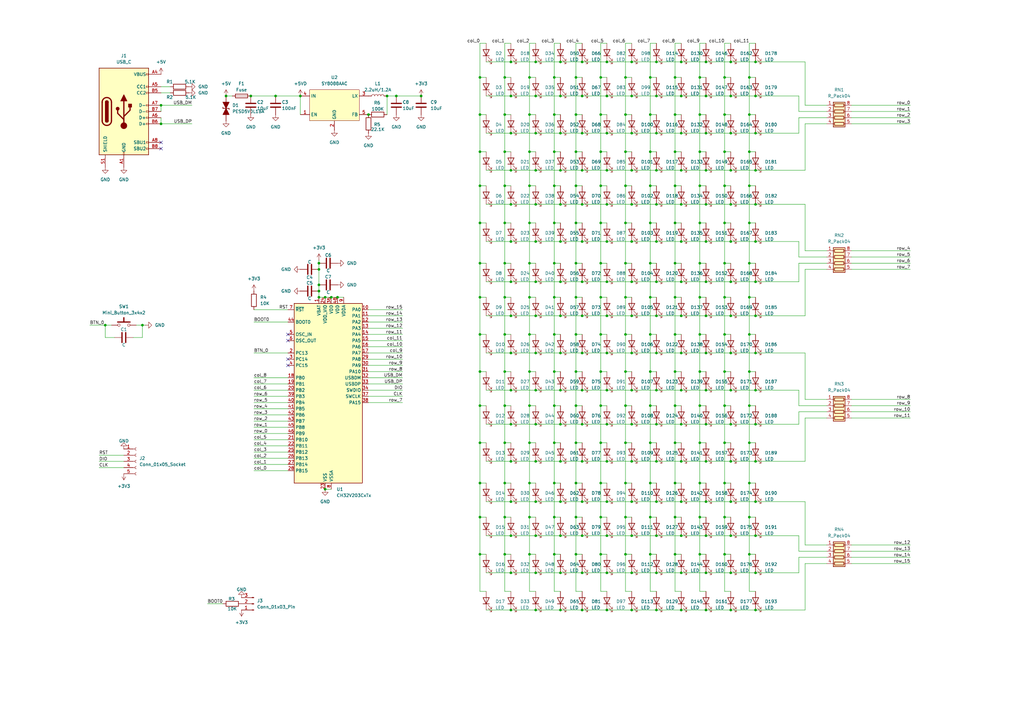
<source format=kicad_sch>
(kicad_sch (version 20250114) (generator "eeschema") (generator_version "9.0")
  (paper "A3")
  (junction (at 238.76 99.06))
  (junction (at 130.81 116.84))
  (junction (at 219.71 25.4))
  (junction (at 236.22 227.33))
  (junction (at 309.88 39.37))
  (junction (at 287.02 62.23))
  (junction (at 307.34 181.61))
  (junction (at 209.55 160.02))
  (junction (at 259.08 173.99))
  (junction (at 297.18 62.23))
  (junction (at 289.56 219.71))
  (junction (at 259.08 115.57))
  (junction (at 307.34 152.4))
  (junction (at 297.18 91.44))
  (junction (at 259.08 189.23))
  (junction (at 299.72 234.95))
  (junction (at 207.01 166.37))
  (junction (at 219.71 54.61))
  (junction (at 289.56 205.74))
  (junction (at 217.17 212.09))
  (junction (at 309.88 160.02))
  (junction (at 256.54 227.33))
  (junction (at 259.08 83.82))
  (junction (at 209.55 54.61))
  (junction (at 279.4 173.99))
  (junction (at 196.85 107.95))
  (junction (at 227.33 212.09))
  (junction (at 209.55 250.19))
  (junction (at 196.85 46.99))
  (junction (at 259.08 205.74))
  (junction (at 259.08 39.37))
  (junction (at 113.03 39.37))
  (junction (at 299.72 115.57))
  (junction (at 229.87 189.23))
  (junction (at 266.7 152.4))
  (junction (at 196.85 31.75))
  (junction (at 269.24 234.95))
  (junction (at 269.24 144.78))
  (junction (at 238.76 173.99))
  (junction (at 238.76 69.85))
  (junction (at 289.56 160.02))
  (junction (at 238.76 189.23))
  (junction (at 219.71 250.19))
  (junction (at 309.88 144.78))
  (junction (at 246.38 227.33))
  (junction (at 297.18 166.37))
  (junction (at 219.71 99.06))
  (junction (at 297.18 76.2))
  (junction (at 219.71 160.02))
  (junction (at 246.38 76.2))
  (junction (at 266.7 227.33))
  (junction (at 246.38 166.37))
  (junction (at 309.88 54.61))
  (junction (at 135.89 121.92))
  (junction (at 279.4 129.54))
  (junction (at 287.02 107.95))
  (junction (at 269.24 83.82))
  (junction (at 289.56 144.78))
  (junction (at 219.71 189.23))
  (junction (at 269.24 219.71))
  (junction (at 248.92 39.37))
  (junction (at 227.33 181.61))
  (junction (at 297.18 181.61))
  (junction (at 217.17 166.37))
  (junction (at 219.71 234.95))
  (junction (at 307.34 62.23))
  (junction (at 299.72 69.85))
  (junction (at 123.19 39.37))
  (junction (at 219.71 115.57))
  (junction (at 256.54 107.95))
  (junction (at 266.7 62.23))
  (junction (at 256.54 212.09))
  (junction (at 248.92 99.06))
  (junction (at 256.54 46.99))
  (junction (at 219.71 205.74))
  (junction (at 238.76 219.71))
  (junction (at 209.55 99.06))
  (junction (at 287.02 198.12))
  (junction (at 43.18 133.35))
  (junction (at 307.34 121.92))
  (junction (at 276.86 152.4))
  (junction (at 217.17 91.44))
  (junction (at 309.88 205.74))
  (junction (at 269.24 160.02))
  (junction (at 297.18 137.16))
  (junction (at 266.7 181.61))
  (junction (at 196.85 227.33))
  (junction (at 289.56 189.23))
  (junction (at 236.22 212.09))
  (junction (at 229.87 234.95))
  (junction (at 219.71 39.37))
  (junction (at 307.34 107.95))
  (junction (at 279.4 54.61))
  (junction (at 297.18 46.99))
  (junction (at 279.4 144.78))
  (junction (at 276.86 31.75))
  (junction (at 248.92 115.57))
  (junction (at 217.17 31.75))
  (junction (at 259.08 219.71))
  (junction (at 227.33 152.4))
  (junction (at 92.71 39.37))
  (junction (at 66.04 43.18))
  (junction (at 297.18 198.12))
  (junction (at 276.86 91.44))
  (junction (at 279.4 83.82))
  (junction (at 299.72 173.99))
  (junction (at 209.55 39.37))
  (junction (at 172.72 39.37))
  (junction (at 209.55 129.54))
  (junction (at 130.81 110.49))
  (junction (at 256.54 198.12))
  (junction (at 238.76 144.78))
  (junction (at 227.33 91.44))
  (junction (at 227.33 31.75))
  (junction (at 307.34 31.75))
  (junction (at 207.01 198.12))
  (junction (at 209.55 115.57))
  (junction (at 309.88 99.06))
  (junction (at 229.87 144.78))
  (junction (at 259.08 99.06))
  (junction (at 66.04 50.8))
  (junction (at 279.4 219.71))
  (junction (at 248.92 189.23))
  (junction (at 236.22 107.95))
  (junction (at 246.38 31.75))
  (junction (at 287.02 76.2))
  (junction (at 299.72 144.78))
  (junction (at 209.55 234.95))
  (junction (at 269.24 39.37))
  (junction (at 229.87 160.02))
  (junction (at 207.01 137.16))
  (junction (at 217.17 198.12))
  (junction (at 276.86 227.33))
  (junction (at 227.33 121.92))
  (junction (at 236.22 152.4))
  (junction (at 207.01 31.75))
  (junction (at 289.56 129.54))
  (junction (at 309.88 115.57))
  (junction (at 276.86 46.99))
  (junction (at 266.7 46.99))
  (junction (at 238.76 83.82))
  (junction (at 297.18 107.95))
  (junction (at 276.86 107.95))
  (junction (at 259.08 54.61))
  (junction (at 133.35 121.92))
  (junction (at 256.54 166.37))
  (junction (at 309.88 173.99))
  (junction (at 209.55 189.23))
  (junction (at 227.33 107.95))
  (junction (at 269.24 54.61))
  (junction (at 259.08 129.54))
  (junction (at 196.85 152.4))
  (junction (at 238.76 205.74))
  (junction (at 219.71 144.78))
  (junction (at 217.17 121.92))
  (junction (at 219.71 83.82))
  (junction (at 238.76 54.61))
  (junction (at 246.38 46.99))
  (junction (at 236.22 166.37))
  (junction (at 256.54 152.4))
  (junction (at 207.01 121.92))
  (junction (at 227.33 76.2))
  (junction (at 307.34 227.33))
  (junction (at 246.38 198.12))
  (junction (at 58.42 133.35))
  (junction (at 289.56 25.4))
  (junction (at 289.56 250.19))
  (junction (at 256.54 62.23))
  (junction (at 219.71 129.54))
  (junction (at 196.85 181.61))
  (junction (at 289.56 115.57))
  (junction (at 279.4 99.06))
  (junction (at 279.4 39.37))
  (junction (at 256.54 181.61))
  (junction (at 266.7 121.92))
  (junction (at 229.87 250.19))
  (junction (at 207.01 62.23))
  (junction (at 229.87 115.57))
  (junction (at 229.87 173.99))
  (junction (at 248.92 129.54))
  (junction (at 307.34 198.12))
  (junction (at 299.72 205.74))
  (junction (at 309.88 83.82))
  (junction (at 209.55 83.82))
  (junction (at 299.72 219.71))
  (junction (at 217.17 181.61))
  (junction (at 207.01 181.61))
  (junction (at 236.22 181.61))
  (junction (at 217.17 107.95))
  (junction (at 246.38 137.16))
  (junction (at 229.87 205.74))
  (junction (at 209.55 205.74))
  (junction (at 248.92 234.95))
  (junction (at 287.02 46.99))
  (junction (at 207.01 152.4))
  (junction (at 217.17 152.4))
  (junction (at 217.17 62.23))
  (junction (at 236.22 91.44))
  (junction (at 236.22 198.12))
  (junction (at 196.85 76.2))
  (junction (at 207.01 46.99))
  (junction (at 269.24 129.54))
  (junction (at 279.4 160.02))
  (junction (at 287.02 152.4))
  (junction (at 279.4 250.19))
  (junction (at 217.17 137.16))
  (junction (at 287.02 227.33))
  (junction (at 209.55 25.4))
  (junction (at 162.56 39.37))
  (junction (at 229.87 99.06))
  (junction (at 299.72 129.54))
  (junction (at 227.33 227.33))
  (junction (at 229.87 83.82))
  (junction (at 158.75 39.37))
  (junction (at 248.92 219.71))
  (junction (at 238.76 25.4))
  (junction (at 209.55 173.99))
  (junction (at 309.88 250.19))
  (junction (at 309.88 25.4))
  (junction (at 289.56 173.99))
  (junction (at 238.76 115.57))
  (junction (at 259.08 250.19))
  (junction (at 307.34 76.2))
  (junction (at 299.72 25.4))
  (junction (at 307.34 212.09))
  (junction (at 256.54 137.16))
  (junction (at 299.72 160.02))
  (junction (at 246.38 62.23))
  (junction (at 227.33 46.99))
  (junction (at 246.38 181.61))
  (junction (at 256.54 121.92))
  (junction (at 130.81 121.92))
  (junction (at 238.76 39.37))
  (junction (at 307.34 166.37))
  (junction (at 309.88 219.71))
  (junction (at 236.22 62.23))
  (junction (at 299.72 39.37))
  (junction (at 269.24 99.06))
  (junction (at 266.7 76.2))
  (junction (at 297.18 227.33))
  (junction (at 229.87 69.85))
  (junction (at 297.18 31.75))
  (junction (at 219.71 173.99))
  (junction (at 207.01 91.44))
  (junction (at 196.85 121.92))
  (junction (at 248.92 83.82))
  (junction (at 299.72 83.82))
  (junction (at 238.76 234.95))
  (junction (at 229.87 219.71))
  (junction (at 196.85 212.09))
  (junction (at 276.86 198.12))
  (junction (at 299.72 54.61))
  (junction (at 227.33 62.23))
  (junction (at 276.86 121.92))
  (junction (at 266.7 107.95))
  (junction (at 236.22 137.16))
  (junction (at 207.01 76.2))
  (junction (at 227.33 166.37))
  (junction (at 299.72 250.19))
  (junction (at 269.24 25.4))
  (junction (at 299.72 99.06))
  (junction (at 151.13 46.99))
  (junction (at 238.76 129.54))
  (junction (at 256.54 76.2))
  (junction (at 246.38 152.4))
  (junction (at 229.87 54.61))
  (junction (at 269.24 115.57))
  (junction (at 196.85 137.16))
  (junction (at 276.86 137.16))
  (junction (at 217.17 227.33))
  (junction (at 269.24 69.85))
  (junction (at 287.02 91.44))
  (junction (at 307.34 46.99))
  (junction (at 309.88 189.23))
  (junction (at 207.01 212.09))
  (junction (at 307.34 137.16))
  (junction (at 248.92 144.78))
  (junction (at 196.85 62.23))
  (junction (at 138.43 121.92))
  (junction (at 259.08 144.78))
  (junction (at 289.56 39.37))
  (junction (at 309.88 69.85))
  (junction (at 217.17 76.2))
  (junction (at 207.01 227.33))
  (junction (at 287.02 31.75))
  (junction (at 289.56 69.85))
  (junction (at 279.4 189.23))
  (junction (at 279.4 115.57))
  (junction (at 289.56 83.82))
  (junction (at 309.88 129.54))
  (junction (at 299.72 189.23))
  (junction (at 196.85 198.12))
  (junction (at 266.7 198.12))
  (junction (at 238.76 250.19))
  (junction (at 219.71 219.71))
  (junction (at 269.24 189.23))
  (junction (at 246.38 121.92))
  (junction (at 227.33 198.12))
  (junction (at 229.87 39.37))
  (junction (at 309.88 234.95))
  (junction (at 297.18 152.4))
  (junction (at 102.87 39.37))
  (junction (at 259.08 69.85))
  (junction (at 227.33 137.16))
  (junction (at 236.22 121.92))
  (junction (at 276.86 62.23))
  (junction (at 256.54 31.75))
  (junction (at 276.86 166.37))
  (junction (at 266.7 166.37))
  (junction (at 287.02 121.92))
  (junction (at 248.92 205.74))
  (junction (at 248.92 25.4))
  (junction (at 246.38 91.44))
  (junction (at 266.7 31.75))
  (junction (at 269.24 173.99))
  (junction (at 246.38 107.95))
  (junction (at 229.87 129.54))
  (junction (at 279.4 25.4))
  (junction (at 236.22 31.75))
  (junction (at 236.22 46.99))
  (junction (at 217.17 46.99))
  (junction (at 287.02 212.09))
  (junction (at 279.4 205.74))
  (junction (at 196.85 166.37))
  (junction (at 266.7 212.09))
  (junction (at 269.24 250.19))
  (junction (at 297.18 121.92))
  (junction (at 209.55 219.71))
  (junction (at 130.81 107.95))
  (junction (at 246.38 212.09))
  (junction (at 256.54 91.44))
  (junction (at 219.71 69.85))
  (junction (at 279.4 69.85))
  (junction (at 248.92 160.02))
  (junction (at 287.02 137.16))
  (junction (at 266.7 91.44))
  (junction (at 229.87 25.4))
  (junction (at 259.08 160.02))
  (junction (at 289.56 99.06))
  (junction (at 276.86 76.2))
  (junction (at 287.02 181.61))
  (junction (at 297.18 212.09))
  (junction (at 289.56 234.95))
  (junction (at 248.92 250.19))
  (junction (at 279.4 234.95))
  (junction (at 236.22 76.2))
  (junction (at 276.86 181.61))
  (junction (at 266.7 137.16))
  (junction (at 209.55 144.78))
  (junction (at 287.02 166.37))
  (junction (at 259.08 234.95))
  (junction (at 259.08 25.4))
  (junction (at 289.56 54.61))
  (junction (at 209.55 69.85))
  (junction (at 238.76 160.02))
  (junction (at 269.24 205.74))
  (junction (at 248.92 69.85))
  (junction (at 130.81 119.38))
  (junction (at 133.35 200.66))
  (junction (at 276.86 212.09))
  (junction (at 248.92 54.61))
  (junction (at 207.01 107.95))
  (junction (at 196.85 91.44))
  (junction (at 307.34 91.44))
  (junction (at 248.92 173.99))
  (no_connect (at 118.11 149.86))
  (no_connect (at 118.11 147.32))
  (no_connect (at 66.04 60.96))
  (no_connect (at 118.11 139.7))
  (no_connect (at 118.11 137.16))
  (no_connect (at 66.04 58.42))
  (wire (pts (xy 217.17 76.2) (xy 217.17 91.44)))
  (wire (pts (xy 266.7 121.92) (xy 266.7 137.16)))
  (wire (pts (xy 287.02 107.95) (xy 289.56 107.95)))
  (wire (pts (xy 229.87 25.4) (xy 238.76 25.4)))
  (wire (pts (xy 207.01 198.12) (xy 209.55 198.12)))
  (wire (pts (xy 209.55 250.19) (xy 219.71 250.19)))
  (wire (pts (xy 246.38 31.75) (xy 248.92 31.75)))
  (wire (pts (xy 289.56 39.37) (xy 299.72 39.37)))
  (wire (pts (xy 229.87 99.06) (xy 238.76 99.06)))
  (wire (pts (xy 236.22 242.57) (xy 238.76 242.57)))
  (wire (pts (xy 246.38 121.92) (xy 248.92 121.92)))
  (wire (pts (xy 130.81 110.49) (xy 130.81 116.84)))
  (wire (pts (xy 217.17 121.92) (xy 217.17 137.16)))
  (wire (pts (xy 66.04 43.18) (xy 66.04 45.72)))
  (wire (pts (xy 207.01 76.2) (xy 209.55 76.2)))
  (wire (pts (xy 113.03 39.37) (xy 123.19 39.37)))
  (wire (pts (xy 266.7 91.44) (xy 269.24 91.44)))
  (wire (pts (xy 276.86 17.78) (xy 276.86 31.75)))
  (wire (pts (xy 238.76 129.54) (xy 248.92 129.54)))
  (wire (pts (xy 207.01 31.75) (xy 209.55 31.75)))
  (wire (pts (xy 246.38 62.23) (xy 248.92 62.23)))
  (wire (pts (xy 266.7 107.95) (xy 266.7 121.92)))
  (wire (pts (xy 276.86 17.78) (xy 279.4 17.78)))
  (wire (pts (xy 151.13 134.62) (xy 165.1 134.62)))
  (wire (pts (xy 229.87 189.23) (xy 238.76 189.23)))
  (wire (pts (xy 269.24 173.99) (xy 279.4 173.99)))
  (wire (pts (xy 238.76 234.95) (xy 248.92 234.95)))
  (wire (pts (xy 299.72 39.37) (xy 309.88 39.37)))
  (wire (pts (xy 219.71 99.06) (xy 229.87 99.06)))
  (wire (pts (xy 196.85 181.61) (xy 199.39 181.61)))
  (wire (pts (xy 279.4 144.78) (xy 289.56 144.78)))
  (wire (pts (xy 209.55 144.78) (xy 219.71 144.78)))
  (wire (pts (xy 246.38 107.95) (xy 246.38 121.92)))
  (wire (pts (xy 209.55 173.99) (xy 219.71 173.99)))
  (wire (pts (xy 309.88 39.37) (xy 327.66 39.37)))
  (wire (pts (xy 207.01 181.61) (xy 207.01 198.12)))
  (wire (pts (xy 327.66 39.37) (xy 327.66 45.72)))
  (wire (pts (xy 207.01 76.2) (xy 207.01 91.44)))
  (wire (pts (xy 327.66 226.06) (xy 339.09 226.06)))
  (wire (pts (xy 297.18 152.4) (xy 297.18 166.37)))
  (wire (pts (xy 307.34 62.23) (xy 307.34 76.2)))
  (wire (pts (xy 219.71 234.95) (xy 229.87 234.95)))
  (wire (pts (xy 266.7 181.61) (xy 269.24 181.61)))
  (wire (pts (xy 349.25 171.45) (xy 373.38 171.45)))
  (wire (pts (xy 43.18 138.43) (xy 43.18 133.35)))
  (wire (pts (xy 256.54 152.4) (xy 256.54 166.37)))
  (wire (pts (xy 196.85 31.75) (xy 199.39 31.75)))
  (wire (pts (xy 269.24 115.57) (xy 279.4 115.57)))
  (wire (pts (xy 259.08 39.37) (xy 269.24 39.37)))
  (wire (pts (xy 289.56 234.95) (xy 299.72 234.95)))
  (wire (pts (xy 259.08 144.78) (xy 269.24 144.78)))
  (wire (pts (xy 269.24 205.74) (xy 279.4 205.74)))
  (wire (pts (xy 349.25 50.8) (xy 373.38 50.8)))
  (wire (pts (xy 133.35 121.92) (xy 135.89 121.92)))
  (wire (pts (xy 219.71 25.4) (xy 229.87 25.4)))
  (wire (pts (xy 256.54 212.09) (xy 256.54 227.33)))
  (wire (pts (xy 276.86 91.44) (xy 279.4 91.44)))
  (wire (pts (xy 297.18 76.2) (xy 299.72 76.2)))
  (wire (pts (xy 248.92 54.61) (xy 259.08 54.61)))
  (wire (pts (xy 276.86 76.2) (xy 276.86 91.44)))
  (wire (pts (xy 327.66 219.71) (xy 327.66 226.06)))
  (wire (pts (xy 236.22 31.75) (xy 238.76 31.75)))
  (wire (pts (xy 269.24 25.4) (xy 279.4 25.4)))
  (wire (pts (xy 299.72 69.85) (xy 309.88 69.85)))
  (wire (pts (xy 266.7 181.61) (xy 266.7 198.12)))
  (wire (pts (xy 207.01 181.61) (xy 209.55 181.61)))
  (wire (pts (xy 227.33 31.75) (xy 227.33 46.99)))
  (wire (pts (xy 266.7 198.12) (xy 269.24 198.12)))
  (wire (pts (xy 307.34 76.2) (xy 309.88 76.2)))
  (wire (pts (xy 276.86 152.4) (xy 276.86 166.37)))
  (wire (pts (xy 196.85 121.92) (xy 199.39 121.92)))
  (wire (pts (xy 307.34 91.44) (xy 307.34 107.95)))
  (wire (pts (xy 248.92 83.82) (xy 259.08 83.82)))
  (wire (pts (xy 269.24 54.61) (xy 279.4 54.61)))
  (wire (pts (xy 227.33 107.95) (xy 229.87 107.95)))
  (wire (pts (xy 199.39 205.74) (xy 209.55 205.74)))
  (wire (pts (xy 349.25 228.6) (xy 373.38 228.6)))
  (wire (pts (xy 196.85 46.99) (xy 199.39 46.99)))
  (wire (pts (xy 276.86 31.75) (xy 276.86 46.99)))
  (wire (pts (xy 217.17 31.75) (xy 217.17 46.99)))
  (wire (pts (xy 246.38 212.09) (xy 246.38 227.33)))
  (wire (pts (xy 199.39 115.57) (xy 209.55 115.57)))
  (wire (pts (xy 104.14 160.02) (xy 118.11 160.02)))
  (wire (pts (xy 207.01 152.4) (xy 209.55 152.4)))
  (wire (pts (xy 327.66 54.61) (xy 327.66 48.26)))
  (wire (pts (xy 276.86 181.61) (xy 279.4 181.61)))
  (wire (pts (xy 269.24 129.54) (xy 279.4 129.54)))
  (wire (pts (xy 207.01 107.95) (xy 207.01 121.92)))
  (wire (pts (xy 287.02 212.09) (xy 289.56 212.09)))
  (wire (pts (xy 246.38 62.23) (xy 246.38 76.2)))
  (wire (pts (xy 287.02 76.2) (xy 287.02 91.44)))
  (wire (pts (xy 330.2 102.87) (xy 339.09 102.87)))
  (wire (pts (xy 307.34 46.99) (xy 309.88 46.99)))
  (wire (pts (xy 151.13 147.32) (xy 165.1 147.32)))
  (wire (pts (xy 236.22 212.09) (xy 238.76 212.09)))
  (wire (pts (xy 236.22 212.09) (xy 236.22 227.33)))
  (wire (pts (xy 276.86 152.4) (xy 279.4 152.4)))
  (wire (pts (xy 236.22 227.33) (xy 238.76 227.33)))
  (wire (pts (xy 276.86 62.23) (xy 276.86 76.2)))
  (wire (pts (xy 248.92 144.78) (xy 259.08 144.78)))
  (wire (pts (xy 151.13 137.16) (xy 165.1 137.16)))
  (wire (pts (xy 209.55 83.82) (xy 219.71 83.82)))
  (wire (pts (xy 349.25 102.87) (xy 373.38 102.87)))
  (wire (pts (xy 256.54 17.78) (xy 259.08 17.78)))
  (wire (pts (xy 238.76 173.99) (xy 248.92 173.99)))
  (wire (pts (xy 227.33 212.09) (xy 227.33 227.33)))
  (wire (pts (xy 276.86 198.12) (xy 276.86 212.09)))
  (wire (pts (xy 219.71 83.82) (xy 229.87 83.82)))
  (wire (pts (xy 236.22 166.37) (xy 238.76 166.37)))
  (wire (pts (xy 196.85 166.37) (xy 196.85 181.61)))
  (wire (pts (xy 287.02 62.23) (xy 287.02 76.2)))
  (wire (pts (xy 219.71 173.99) (xy 229.87 173.99)))
  (wire (pts (xy 199.39 250.19) (xy 209.55 250.19)))
  (wire (pts (xy 266.7 212.09) (xy 269.24 212.09)))
  (wire (pts (xy 259.08 115.57) (xy 269.24 115.57)))
  (wire (pts (xy 266.7 31.75) (xy 266.7 46.99)))
  (wire (pts (xy 266.7 76.2) (xy 269.24 76.2)))
  (wire (pts (xy 299.72 115.57) (xy 309.88 115.57)))
  (wire (pts (xy 287.02 17.78) (xy 287.02 31.75)))
  (wire (pts (xy 289.56 99.06) (xy 299.72 99.06)))
  (wire (pts (xy 196.85 31.75) (xy 196.85 46.99)))
  (wire (pts (xy 309.88 69.85) (xy 330.2 69.85)))
  (wire (pts (xy 330.2 69.85) (xy 330.2 50.8)))
  (wire (pts (xy 236.22 31.75) (xy 236.22 46.99)))
  (wire (pts (xy 330.2 50.8) (xy 339.09 50.8)))
  (wire (pts (xy 130.81 116.84) (xy 130.81 119.38)))
  (wire (pts (xy 248.92 250.19) (xy 259.08 250.19)))
  (wire (pts (xy 330.2 205.74) (xy 330.2 223.52)))
  (wire (pts (xy 217.17 137.16) (xy 219.71 137.16)))
  (wire (pts (xy 196.85 137.16) (xy 199.39 137.16)))
  (wire (pts (xy 256.54 198.12) (xy 259.08 198.12)))
  (wire (pts (xy 209.55 69.85) (xy 219.71 69.85)))
  (wire (pts (xy 266.7 17.78) (xy 269.24 17.78)))
  (wire (pts (xy 227.33 46.99) (xy 229.87 46.99)))
  (wire (pts (xy 227.33 91.44) (xy 227.33 107.95)))
  (wire (pts (xy 236.22 198.12) (xy 238.76 198.12)))
  (wire (pts (xy 266.7 17.78) (xy 266.7 31.75)))
  (wire (pts (xy 309.88 144.78) (xy 330.2 144.78)))
  (wire (pts (xy 246.38 152.4) (xy 248.92 152.4)))
  (wire (pts (xy 327.66 160.02) (xy 327.66 166.37)))
  (wire (pts (xy 287.02 137.16) (xy 287.02 152.4)))
  (wire (pts (xy 266.7 107.95) (xy 269.24 107.95)))
  (wire (pts (xy 229.87 160.02) (xy 238.76 160.02)))
  (wire (pts (xy 248.92 129.54) (xy 259.08 129.54)))
  (wire (pts (xy 199.39 173.99) (xy 209.55 173.99)))
  (wire (pts (xy 297.18 17.78) (xy 297.18 31.75)))
  (wire (pts (xy 299.72 189.23) (xy 309.88 189.23)))
  (wire (pts (xy 289.56 219.71) (xy 299.72 219.71)))
  (wire (pts (xy 327.66 228.6) (xy 339.09 228.6)))
  (wire (pts (xy 276.86 121.92) (xy 276.86 137.16)))
  (wire (pts (xy 287.02 76.2) (xy 289.56 76.2)))
  (wire (pts (xy 196.85 137.16) (xy 196.85 152.4)))
  (wire (pts (xy 299.72 54.61) (xy 309.88 54.61)))
  (wire (pts (xy 297.18 62.23) (xy 297.18 76.2)))
  (wire (pts (xy 207.01 46.99) (xy 207.01 62.23)))
  (wire (pts (xy 196.85 152.4) (xy 196.85 166.37)))
  (wire (pts (xy 199.39 39.37) (xy 209.55 39.37)))
  (wire (pts (xy 246.38 181.61) (xy 248.92 181.61)))
  (wire (pts (xy 104.14 175.26) (xy 118.11 175.26)))
  (wire (pts (xy 246.38 152.4) (xy 246.38 166.37)))
  (wire (pts (xy 330.2 250.19) (xy 330.2 231.14)))
  (wire (pts (xy 259.08 219.71) (xy 269.24 219.71)))
  (wire (pts (xy 104.14 162.56) (xy 118.11 162.56)))
  (wire (pts (xy 151.13 154.94) (xy 165.1 154.94)))
  (wire (pts (xy 276.86 242.57) (xy 279.4 242.57)))
  (wire (pts (xy 349.25 166.37) (xy 373.38 166.37)))
  (wire (pts (xy 266.7 152.4) (xy 269.24 152.4)))
  (wire (pts (xy 256.54 62.23) (xy 259.08 62.23)))
  (wire (pts (xy 104.14 190.5) (xy 118.11 190.5)))
  (wire (pts (xy 307.34 166.37) (xy 309.88 166.37)))
  (wire (pts (xy 256.54 181.61) (xy 259.08 181.61)))
  (wire (pts (xy 104.14 180.34) (xy 118.11 180.34)))
  (wire (pts (xy 196.85 212.09) (xy 199.39 212.09)))
  (wire (pts (xy 248.92 39.37) (xy 259.08 39.37)))
  (wire (pts (xy 217.17 227.33) (xy 219.71 227.33)))
  (wire (pts (xy 297.18 137.16) (xy 297.18 152.4)))
  (wire (pts (xy 236.22 137.16) (xy 236.22 152.4)))
  (wire (pts (xy 327.66 105.41) (xy 339.09 105.41)))
  (wire (pts (xy 135.89 121.92) (xy 138.43 121.92)))
  (wire (pts (xy 349.25 226.06) (xy 373.38 226.06)))
  (wire (pts (xy 246.38 76.2) (xy 246.38 91.44)))
  (wire (pts (xy 40.64 191.77) (xy 50.8 191.77)))
  (wire (pts (xy 209.55 189.23) (xy 219.71 189.23)))
  (wire (pts (xy 259.08 189.23) (xy 269.24 189.23)))
  (wire (pts (xy 287.02 121.92) (xy 289.56 121.92)))
  (wire (pts (xy 104.14 187.96) (xy 118.11 187.96)))
  (wire (pts (xy 138.43 121.92) (xy 140.97 121.92)))
  (wire (pts (xy 297.18 91.44) (xy 297.18 107.95)))
  (wire (pts (xy 309.88 129.54) (xy 330.2 129.54)))
  (wire (pts (xy 307.34 166.37) (xy 307.34 181.61)))
  (wire (pts (xy 287.02 212.09) (xy 287.02 227.33)))
  (wire (pts (xy 229.87 173.99) (xy 238.76 173.99)))
  (wire (pts (xy 248.92 205.74) (xy 259.08 205.74)))
  (wire (pts (xy 269.24 234.95) (xy 279.4 234.95)))
  (wire (pts (xy 256.54 166.37) (xy 259.08 166.37)))
  (wire (pts (xy 287.02 17.78) (xy 289.56 17.78)))
  (wire (pts (xy 276.86 227.33) (xy 276.86 242.57)))
  (wire (pts (xy 287.02 227.33) (xy 287.02 242.57)))
  (wire (pts (xy 266.7 152.4) (xy 266.7 166.37)))
  (wire (pts (xy 248.92 69.85) (xy 259.08 69.85)))
  (wire (pts (xy 297.18 31.75) (xy 299.72 31.75)))
  (wire (pts (xy 229.87 54.61) (xy 238.76 54.61)))
  (wire (pts (xy 196.85 227.33) (xy 196.85 242.57)))
  (wire (pts (xy 289.56 189.23) (xy 299.72 189.23)))
  (wire (pts (xy 246.38 46.99) (xy 246.38 62.23)))
  (wire (pts (xy 287.02 91.44) (xy 289.56 91.44)))
  (wire (pts (xy 209.55 54.61) (xy 219.71 54.61)))
  (wire (pts (xy 236.22 46.99) (xy 236.22 62.23)))
  (wire (pts (xy 227.33 76.2) (xy 227.33 91.44)))
  (wire (pts (xy 266.7 62.23) (xy 269.24 62.23)))
  (wire (pts (xy 246.38 227.33) (xy 246.38 242.57)))
  (wire (pts (xy 196.85 17.78) (xy 199.39 17.78)))
  (wire (pts (xy 266.7 91.44) (xy 266.7 107.95)))
  (wire (pts (xy 279.4 39.37) (xy 289.56 39.37)))
  (wire (pts (xy 236.22 152.4) (xy 238.76 152.4)))
  (wire (pts (xy 289.56 250.19) (xy 299.72 250.19)))
  (wire (pts (xy 196.85 91.44) (xy 196.85 107.95)))
  (wire (pts (xy 66.04 43.18) (xy 78.74 43.18)))
  (wire (pts (xy 219.71 144.78) (xy 229.87 144.78)))
  (wire (pts (xy 287.02 121.92) (xy 287.02 137.16)))
  (wire (pts (xy 207.01 31.75) (xy 207.01 46.99)))
  (wire (pts (xy 279.4 115.57) (xy 289.56 115.57)))
  (wire (pts (xy 297.18 181.61) (xy 297.18 198.12)))
  (wire (pts (xy 287.02 91.44) (xy 287.02 107.95)))
  (wire (pts (xy 276.86 107.95) (xy 279.4 107.95)))
  (wire (pts (xy 279.4 160.02) (xy 289.56 160.02)))
  (wire (pts (xy 162.56 39.37) (xy 172.72 39.37)))
  (wire (pts (xy 307.34 212.09) (xy 309.88 212.09)))
  (wire (pts (xy 307.34 76.2) (xy 307.34 91.44)))
  (wire (pts (xy 207.01 121.92) (xy 209.55 121.92)))
  (wire (pts (xy 207.01 212.09) (xy 209.55 212.09)))
  (wire (pts (xy 196.85 91.44) (xy 199.39 91.44)))
  (wire (pts (xy 151.13 144.78) (xy 165.1 144.78)))
  (wire (pts (xy 151.13 160.02) (xy 165.1 160.02)))
  (wire (pts (xy 196.85 62.23) (xy 196.85 76.2)))
  (wire (pts (xy 297.18 166.37) (xy 299.72 166.37)))
  (wire (pts (xy 227.33 198.12) (xy 227.33 212.09)))
  (wire (pts (xy 199.39 219.71) (xy 209.55 219.71)))
  (wire (pts (xy 327.66 45.72) (xy 339.09 45.72)))
  (wire (pts (xy 238.76 54.61) (xy 248.92 54.61)))
  (wire (pts (xy 307.34 17.78) (xy 309.88 17.78)))
  (wire (pts (xy 229.87 234.95) (xy 238.76 234.95)))
  (wire (pts (xy 40.64 186.69) (xy 50.8 186.69)))
  (wire (pts (xy 297.18 181.61) (xy 299.72 181.61)))
  (wire (pts (xy 40.64 189.23) (xy 50.8 189.23)))
  (wire (pts (xy 309.88 54.61) (xy 327.66 54.61)))
  (wire (pts (xy 217.17 91.44) (xy 219.71 91.44)))
  (wire (pts (xy 259.08 250.19) (xy 269.24 250.19)))
  (wire (pts (xy 130.81 121.92) (xy 133.35 121.92)))
  (wire (pts (xy 266.7 137.16) (xy 266.7 152.4)))
  (wire (pts (xy 297.18 17.78) (xy 299.72 17.78)))
  (wire (pts (xy 196.85 227.33) (xy 199.39 227.33)))
  (wire (pts (xy 256.54 46.99) (xy 256.54 62.23)))
  (wire (pts (xy 307.34 46.99) (xy 307.34 62.23)))
  (wire (pts (xy 217.17 17.78) (xy 217.17 31.75)))
  (wire (pts (xy 158.75 39.37) (xy 162.56 39.37)))
  (wire (pts (xy 287.02 107.95) (xy 287.02 121.92)))
  (wire (pts (xy 217.17 46.99) (xy 219.71 46.99)))
  (wire (pts (xy 92.71 39.37) (xy 95.25 39.37)))
  (wire (pts (xy 151.13 127) (xy 165.1 127)))
  (wire (pts (xy 236.22 46.99) (xy 238.76 46.99)))
  (wire (pts (xy 309.88 234.95) (xy 327.66 234.95)))
  (wire (pts (xy 229.87 115.57) (xy 238.76 115.57)))
  (wire (pts (xy 256.54 76.2) (xy 256.54 91.44)))
  (wire (pts (xy 43.18 133.35) (xy 45.72 133.35)))
  (wire (pts (xy 238.76 219.71) (xy 248.92 219.71)))
  (wire (pts (xy 199.39 83.82) (xy 209.55 83.82)))
  (wire (pts (xy 236.22 62.23) (xy 236.22 76.2)))
  (wire (pts (xy 246.38 212.09) (xy 248.92 212.09)))
  (wire (pts (xy 151.13 152.4) (xy 165.1 152.4)))
  (wire (pts (xy 256.54 137.16) (xy 259.08 137.16)))
  (wire (pts (xy 297.18 107.95) (xy 297.18 121.92)))
  (wire (pts (xy 236.22 107.95) (xy 238.76 107.95)))
  (wire (pts (xy 217.17 212.09) (xy 217.17 227.33)))
  (wire (pts (xy 104.14 177.8) (xy 118.11 177.8)))
  (wire (pts (xy 330.2 83.82) (xy 330.2 102.87)))
  (wire (pts (xy 207.01 46.99) (xy 209.55 46.99)))
  (wire (pts (xy 269.24 39.37) (xy 279.4 39.37)))
  (wire (pts (xy 236.22 91.44) (xy 236.22 107.95)))
  (wire (pts (xy 238.76 115.57) (xy 248.92 115.57)))
  (wire (pts (xy 256.54 31.75) (xy 259.08 31.75)))
  (wire (pts (xy 297.18 198.12) (xy 297.18 212.09)))
  (wire (pts (xy 276.86 46.99) (xy 276.86 62.23)))
  (wire (pts (xy 217.17 107.95) (xy 219.71 107.95)))
  (wire (pts (xy 236.22 121.92) (xy 236.22 137.16)))
  (wire (pts (xy 259.08 129.54) (xy 269.24 129.54)))
  (wire (pts (xy 227.33 137.16) (xy 229.87 137.16)))
  (wire (pts (xy 309.88 250.19) (xy 330.2 250.19)))
  (wire (pts (xy 269.24 219.71) (xy 279.4 219.71)))
  (wire (pts (xy 229.87 39.37) (xy 238.76 39.37)))
  (wire (pts (xy 307.34 152.4) (xy 307.34 166.37)))
  (wire (pts (xy 217.17 198.12) (xy 219.71 198.12)))
  (wire (pts (xy 256.54 31.75) (xy 256.54 46.99)))
  (wire (pts (xy 54.61 138.43) (xy 58.42 138.43)))
  (wire (pts (xy 219.71 54.61) (xy 229.87 54.61)))
  (wire (pts (xy 299.72 160.02) (xy 309.88 160.02)))
  (wire (pts (xy 248.92 25.4) (xy 259.08 25.4)))
  (wire (pts (xy 299.72 250.19) (xy 309.88 250.19)))
  (wire (pts (xy 246.38 17.78) (xy 246.38 31.75)))
  (wire (pts (xy 227.33 152.4) (xy 229.87 152.4)))
  (wire (pts (xy 287.02 242.57) (xy 289.56 242.57)))
  (wire (pts (xy 209.55 129.54) (xy 219.71 129.54)))
  (wire (pts (xy 246.38 107.95) (xy 248.92 107.95)))
  (wire (pts (xy 229.87 205.74) (xy 238.76 205.74)))
  (wire (pts (xy 246.38 242.57) (xy 248.92 242.57)))
  (wire (pts (xy 199.39 189.23) (xy 209.55 189.23)))
  (wire (pts (xy 217.17 17.78) (xy 219.71 17.78)))
  (wire (pts (xy 66.04 50.8) (xy 78.74 50.8)))
  (wire (pts (xy 151.13 139.7) (xy 165.1 139.7)))
  (wire (pts (xy 238.76 69.85) (xy 248.92 69.85)))
  (wire (pts (xy 207.01 107.95) (xy 209.55 107.95)))
  (wire (pts (xy 276.86 62.23) (xy 279.4 62.23)))
  (wire (pts (xy 287.02 137.16) (xy 289.56 137.16)))
  (wire (pts (xy 207.01 166.37) (xy 209.55 166.37)))
  (wire (pts (xy 297.18 121.92) (xy 297.18 137.16)))
  (wire (pts (xy 227.33 17.78) (xy 229.87 17.78)))
  (wire (pts (xy 307.34 31.75) (xy 309.88 31.75)))
  (wire (pts (xy 236.22 76.2) (xy 238.76 76.2)))
  (wire (pts (xy 104.14 157.48) (xy 118.11 157.48)))
  (wire (pts (xy 207.01 17.78) (xy 209.55 17.78)))
  (wire (pts (xy 246.38 46.99) (xy 248.92 46.99)))
  (wire (pts (xy 289.56 69.85) (xy 299.72 69.85)))
  (wire (pts (xy 330.2 163.83) (xy 339.09 163.83)))
  (wire (pts (xy 227.33 76.2) (xy 229.87 76.2)))
  (wire (pts (xy 227.33 62.23) (xy 227.33 76.2)))
  (wire (pts (xy 259.08 205.74) (xy 269.24 205.74)))
  (wire (pts (xy 266.7 166.37) (xy 269.24 166.37)))
  (wire (pts (xy 297.18 62.23) (xy 299.72 62.23)))
  (wire (pts (xy 151.13 162.56) (xy 165.1 162.56)))
  (wire (pts (xy 279.4 25.4) (xy 289.56 25.4)))
  (wire (pts (xy 199.39 99.06) (xy 209.55 99.06)))
  (wire (pts (xy 279.4 54.61) (xy 289.56 54.61)))
  (wire (pts (xy 227.33 212.09) (xy 229.87 212.09)))
  (wire (pts (xy 246.38 198.12) (xy 246.38 212.09)))
  (wire (pts (xy 229.87 250.19) (xy 238.76 250.19)))
  (wire (pts (xy 287.02 152.4) (xy 287.02 166.37)))
  (wire (pts (xy 259.08 69.85) (xy 269.24 69.85)))
  (wire (pts (xy 287.02 227.33) (xy 289.56 227.33)))
  (wire (pts (xy 327.66 228.6) (xy 327.66 234.95)))
  (wire (pts (xy 227.33 227.33) (xy 229.87 227.33)))
  (wire (pts (xy 104.14 154.94) (xy 118.11 154.94)))
  (wire (pts (xy 256.54 76.2) (xy 259.08 76.2)))
  (wire (pts (xy 104.14 182.88) (xy 118.11 182.88)))
  (wire (pts (xy 236.22 152.4) (xy 236.22 166.37)))
  (wire (pts (xy 266.7 166.37) (xy 266.7 181.61)))
  (wire (pts (xy 256.54 121.92) (xy 256.54 137.16)))
  (wire (pts (xy 246.38 31.75) (xy 246.38 46.99)))
  (wire (pts (xy 307.34 227.33) (xy 307.34 242.57)))
  (wire (pts (xy 207.01 198.12) (xy 207.01 212.09)))
  (wire (pts (xy 289.56 115.57) (xy 299.72 115.57)))
  (wire (pts (xy 309.88 83.82) (xy 330.2 83.82)))
  (wire (pts (xy 276.86 91.44) (xy 276.86 107.95)))
  (wire (pts (xy 229.87 219.71) (xy 238.76 219.71)))
  (wire (pts (xy 349.25 105.41) (xy 373.38 105.41)))
  (wire (pts (xy 236.22 107.95) (xy 236.22 121.92)))
  (wire (pts (xy 266.7 62.23) (xy 266.7 76.2)))
  (wire (pts (xy 256.54 17.78) (xy 256.54 31.75)))
  (wire (pts (xy 238.76 83.82) (xy 248.92 83.82)))
  (wire (pts (xy 207.01 242.57) (xy 209.55 242.57)))
  (wire (pts (xy 289.56 205.74) (xy 299.72 205.74)))
  (wire (pts (xy 248.92 99.06) (xy 259.08 99.06)))
  (wire (pts (xy 248.92 173.99) (xy 259.08 173.99)))
  (wire (pts (xy 227.33 198.12) (xy 229.87 198.12)))
  (wire (pts (xy 279.4 250.19) (xy 289.56 250.19)))
  (wire (pts (xy 279.4 129.54) (xy 289.56 129.54)))
  (wire (pts (xy 104.14 170.18) (xy 118.11 170.18)))
  (wire (pts (xy 207.01 137.16) (xy 209.55 137.16)))
  (wire (pts (xy 266.7 212.09) (xy 266.7 227.33)))
  (wire (pts (xy 207.01 212.09) (xy 207.01 227.33)))
  (wire (pts (xy 287.02 152.4) (xy 289.56 152.4)))
  (wire (pts (xy 217.17 227.33) (xy 217.17 242.57)))
  (wire (pts (xy 130.81 106.68) (xy 130.81 107.95)))
  (wire (pts (xy 196.85 107.95) (xy 196.85 121.92)))
  (wire (pts (xy 307.34 107.95) (xy 309.88 107.95)))
  (wire (pts (xy 307.34 198.12) (xy 307.34 212.09)))
  (wire (pts (xy 209.55 219.71) (xy 219.71 219.71)))
  (wire (pts (xy 246.38 198.12) (xy 248.92 198.12)))
  (wire (pts (xy 236.22 121.92) (xy 238.76 121.92)))
  (wire (pts (xy 104.14 127) (xy 118.11 127)))
  (wire (pts (xy 256.54 152.4) (xy 259.08 152.4)))
  (wire (pts (xy 307.34 198.12) (xy 309.88 198.12)))
  (wire (pts (xy 209.55 25.4) (xy 219.71 25.4)))
  (wire (pts (xy 219.71 250.19) (xy 229.87 250.19)))
  (wire (pts (xy 330.2 43.18) (xy 339.09 43.18)))
  (wire (pts (xy 297.18 227.33) (xy 299.72 227.33)))
  (wire (pts (xy 217.17 181.61) (xy 219.71 181.61)))
  (wire (pts (xy 236.22 76.2) (xy 236.22 91.44)))
  (wire (pts (xy 330.2 25.4) (xy 330.2 43.18)))
  (wire (pts (xy 349.25 48.26) (xy 373.38 48.26)))
  (wire (pts (xy 309.88 115.57) (xy 327.66 115.57)))
  (wire (pts (xy 217.17 166.37) (xy 219.71 166.37)))
  (wire (pts (xy 299.72 83.82) (xy 309.88 83.82)))
  (wire (pts (xy 279.4 234.95) (xy 289.56 234.95)))
  (wire (pts (xy 297.18 166.37) (xy 297.18 181.61)))
  (wire (pts (xy 309.88 173.99) (xy 327.66 173.99)))
  (wire (pts (xy 217.17 76.2) (xy 219.71 76.2)))
  (wire (pts (xy 309.88 25.4) (xy 330.2 25.4)))
  (wire (pts (xy 248.92 234.95) (xy 259.08 234.95)))
  (wire (pts (xy 256.54 121.92) (xy 259.08 121.92)))
  (wire (pts (xy 297.18 242.57) (xy 299.72 242.57)))
  (wire (pts (xy 209.55 115.57) (xy 219.71 115.57)))
  (wire (pts (xy 207.01 121.92) (xy 207.01 137.16)))
  (wire (pts (xy 196.85 76.2) (xy 199.39 76.2)))
  (wire (pts (xy 327.66 168.91) (xy 327.66 173.99)))
  (wire (pts (xy 217.17 137.16) (xy 217.17 152.4)))
  (wire (pts (xy 256.54 91.44) (xy 259.08 91.44)))
  (wire (pts (xy 209.55 234.95) (xy 219.71 234.95)))
  (wire (pts (xy 246.38 166.37) (xy 246.38 181.61)))
  (wire (pts (xy 266.7 227.33) (xy 269.24 227.33)))
  (wire (pts (xy 246.38 76.2) (xy 248.92 76.2)))
  (wire (pts (xy 199.39 69.85) (xy 209.55 69.85)))
  (wire (pts (xy 217.17 212.09) (xy 219.71 212.09)))
  (wire (pts (xy 236.22 91.44) (xy 238.76 91.44)))
  (wire (pts (xy 297.18 46.99) (xy 297.18 62.23)))
  (wire (pts (xy 227.33 17.78) (xy 227.33 31.75)))
  (wire (pts (xy 287.02 181.61) (xy 287.02 198.12)))
  (wire (pts (xy 297.18 46.99) (xy 299.72 46.99)))
  (wire (pts (xy 307.34 181.61) (xy 307.34 198.12)))
  (wire (pts (xy 307.34 227.33) (xy 309.88 227.33)))
  (wire (pts (xy 349.25 168.91) (xy 373.38 168.91)))
  (wire (pts (xy 238.76 39.37) (xy 248.92 39.37)))
  (wire (pts (xy 276.86 137.16) (xy 276.86 152.4)))
  (wire (pts (xy 297.18 31.75) (xy 297.18 46.99)))
  (wire (pts (xy 297.18 198.12) (xy 299.72 198.12)))
  (wire (pts (xy 207.01 227.33) (xy 207.01 242.57)))
  (wire (pts (xy 266.7 121.92) (xy 269.24 121.92)))
  (wire (pts (xy 297.18 212.09) (xy 299.72 212.09)))
  (wire (pts (xy 299.72 234.95) (xy 309.88 234.95)))
  (wire (pts (xy 104.14 167.64) (xy 118.11 167.64)))
  (wire (pts (xy 207.01 91.44) (xy 209.55 91.44)))
  (wire (pts (xy 199.39 25.4) (xy 209.55 25.4)))
  (wire (pts (xy 276.86 166.37) (xy 276.86 181.61)))
  (wire (pts (xy 256.54 166.37) (xy 256.54 181.61)))
  (wire (pts (xy 209.55 160.02) (xy 219.71 160.02)))
  (wire (pts (xy 307.34 107.95) (xy 307.34 121.92)))
  (wire (pts (xy 349.25 231.14) (xy 373.38 231.14)))
  (wire (pts (xy 58.42 133.35) (xy 55.88 133.35)))
  (wire (pts (xy 276.86 198.12) (xy 279.4 198.12)))
  (wire (pts (xy 327.66 107.95) (xy 327.66 115.57)))
  (wire (pts (xy 287.02 46.99) (xy 289.56 46.99)))
  (wire (pts (xy 307.34 31.75) (xy 307.34 46.99)))
  (wire (pts (xy 196.85 107.95) (xy 199.39 107.95)))
  (wire (pts (xy 266.7 137.16) (xy 269.24 137.16)))
  (wire (pts (xy 297.18 212.09) (xy 297.18 227.33)))
  (wire (pts (xy 269.24 99.06) (xy 279.4 99.06)))
  (wire (pts (xy 199.39 144.78) (xy 209.55 144.78)))
  (wire (pts (xy 256.54 212.09) (xy 259.08 212.09)))
  (wire (pts (xy 246.38 227.33) (xy 248.92 227.33)))
  (wire (pts (xy 217.17 121.92) (xy 219.71 121.92)))
  (wire (pts (xy 66.04 38.1) (xy 69.85 38.1)))
  (wire (pts (xy 259.08 83.82) (xy 269.24 83.82)))
  (wire (pts (xy 259.08 160.02) (xy 269.24 160.02)))
  (wire (pts (xy 276.86 46.99) (xy 279.4 46.99)))
  (wire (pts (xy 36.83 133.35) (xy 43.18 133.35)))
  (wire (pts (xy 279.4 69.85) (xy 289.56 69.85)))
  (wire (pts (xy 196.85 242.57) (xy 199.39 242.57)))
  (wire (pts (xy 227.33 181.61) (xy 229.87 181.61)))
  (wire (pts (xy 59.69 133.35) (xy 58.42 133.35)))
  (wire (pts (xy 85.09 247.65) (xy 91.44 247.65)))
  (wire (pts (xy 151.13 157.48) (xy 165.1 157.48)))
  (wire (pts (xy 238.76 189.23) (xy 248.92 189.23)))
  (wire (pts (xy 151.13 165.1) (xy 165.1 165.1)))
  (wire (pts (xy 219.71 129.54) (xy 229.87 129.54)))
  (wire (pts (xy 207.01 152.4) (xy 207.01 166.37)))
  (wire (pts (xy 279.4 173.99) (xy 289.56 173.99)))
  (wire (pts (xy 330.2 189.23) (xy 330.2 171.45)))
  (wire (pts (xy 227.33 62.23) (xy 229.87 62.23)))
  (wire (pts (xy 327.66 168.91) (xy 339.09 168.91)))
  (wire (pts (xy 104.14 144.78) (xy 118.11 144.78)))
  (wire (pts (xy 227.33 181.61) (xy 227.33 198.12)))
  (wire (pts (xy 151.13 129.54) (xy 165.1 129.54)))
  (wire (pts (xy 349.25 107.95) (xy 373.38 107.95)))
  (wire (pts (xy 256.54 227.33) (xy 256.54 242.57)))
  (wire (pts (xy 199.39 129.54) (xy 209.55 129.54)))
  (wire (pts (xy 269.24 69.85) (xy 279.4 69.85)))
  (wire (pts (xy 236.22 62.23) (xy 238.76 62.23)))
  (wire (pts (xy 349.25 45.72) (xy 373.38 45.72)))
  (wire (pts (xy 256.54 107.95) (xy 259.08 107.95)))
  (wire (pts (xy 236.22 137.16) (xy 238.76 137.16)))
  (wire (pts (xy 66.04 48.26) (xy 66.04 50.8)))
  (wire (pts (xy 46.99 138.43) (xy 43.18 138.43)))
  (wire (pts (xy 227.33 227.33) (xy 227.33 242.57)))
  (wire (pts (xy 279.4 83.82) (xy 289.56 83.82)))
  (wire (pts (xy 246.38 181.61) (xy 246.38 198.12)))
  (wire (pts (xy 151.13 142.24) (xy 165.1 142.24)))
  (wire (pts (xy 207.01 17.78) (xy 207.01 31.75)))
  (wire (pts (xy 196.85 198.12) (xy 199.39 198.12)))
  (wire (pts (xy 309.88 160.02) (xy 327.66 160.02)))
  (wire (pts (xy 196.85 17.78) (xy 196.85 31.75)))
  (wire (pts (xy 227.33 166.37) (xy 227.33 181.61)))
  (wire (pts (xy 349.25 110.49) (xy 373.38 110.49)))
  (wire (pts (xy 209.55 99.06) (xy 219.71 99.06)))
  (wire (pts (xy 289.56 54.61) (xy 299.72 54.61)))
  (wire (pts (xy 269.24 160.02) (xy 279.4 160.02)))
  (wire (pts (xy 276.86 107.95) (xy 276.86 121.92)))
  (wire (pts (xy 130.81 107.95) (xy 130.81 110.49)))
  (wire (pts (xy 217.17 198.12) (xy 217.17 212.09)))
  (wire (pts (xy 196.85 198.12) (xy 196.85 212.09)))
  (wire (pts (xy 236.22 181.61) (xy 238.76 181.61)))
  (wire (pts (xy 217.17 107.95) (xy 217.17 121.92)))
  (wire (pts (xy 227.33 107.95) (xy 227.33 121.92)))
  (wire (pts (xy 217.17 242.57) (xy 219.71 242.57)))
  (wire (pts (xy 219.71 189.23) (xy 229.87 189.23)))
  (wire (pts (xy 151.13 132.08) (xy 165.1 132.08)))
  (wire (pts (xy 307.34 121.92) (xy 309.88 121.92)))
  (wire (pts (xy 276.86 121.92) (xy 279.4 121.92)))
  (wire (pts (xy 227.33 166.37) (xy 229.87 166.37)))
  (wire (pts (xy 236.22 227.33) (xy 236.22 242.57)))
  (wire (pts (xy 217.17 91.44) (xy 217.17 107.95)))
  (wire (pts (xy 256.54 242.57) (xy 259.08 242.57)))
  (wire (pts (xy 307.34 181.61) (xy 309.88 181.61)))
  (wire (pts (xy 229.87 144.78) (xy 238.76 144.78)))
  (wire (pts (xy 330.2 171.45) (xy 339.09 171.45)))
  (wire (pts (xy 297.18 91.44) (xy 299.72 91.44)))
  (wire (pts (xy 297.18 107.95) (xy 299.72 107.95)))
  (wire (pts (xy 297.18 137.16) (xy 299.72 137.16)))
  (wire (pts (xy 259.08 99.06) (xy 269.24 99.06)))
  (wire (pts (xy 307.34 17.78) (xy 307.34 31.75)))
  (wire (pts (xy 289.56 25.4) (xy 299.72 25.4)))
  (wire (pts (xy 248.92 160.02) (xy 259.08 160.02)))
  (wire (pts (xy 307.34 91.44) (xy 309.88 91.44)))
  (wire (pts (xy 307.34 137.16) (xy 307.34 152.4)))
  (wire (pts (xy 299.72 25.4) (xy 309.88 25.4)))
  (wire (pts (xy 299.72 144.78) (xy 309.88 144.78)))
  (wire (pts (xy 279.4 205.74) (xy 289.56 205.74)))
  (wire (pts (xy 287.02 198.12) (xy 289.56 198.12)))
  (wire (pts (xy 209.55 39.37) (xy 219.71 39.37)))
  (wire (pts (xy 238.76 205.74) (xy 248.92 205.74)))
  (wire (pts (xy 309.88 205.74) (xy 330.2 205.74)))
  (wire (pts (xy 256.54 227.33) (xy 259.08 227.33)))
  (wire (pts (xy 238.76 250.19) (xy 248.92 250.19)))
  (wire (pts (xy 66.04 35.56) (xy 69.85 35.56)))
  (wire (pts (xy 269.24 189.23) (xy 279.4 189.23)))
  (wire (pts (xy 227.33 242.57) (xy 229.87 242.57)))
  (wire (pts (xy 349.25 163.83) (xy 373.38 163.83)))
  (wire (pts (xy 307.34 152.4) (xy 309.88 152.4)))
  (wire (pts (xy 104.14 172.72) (xy 118.11 172.72)))
  (wire (pts (xy 246.38 137.16) (xy 248.92 137.16)))
  (wire (pts (xy 307.34 62.23) (xy 309.88 62.23)))
  (wire (pts (xy 289.56 173.99) (xy 299.72 173.99)))
  (wire (pts (xy 217.17 152.4) (xy 219.71 152.4)))
  (wire (pts (xy 229.87 69.85) (xy 238.76 69.85)))
  (wire (pts (xy 219.71 205.74) (xy 229.87 205.74)))
  (wire (pts (xy 349.25 223.52) (xy 373.38 223.52)))
  (wire (pts (xy 196.85 181.61) (xy 196.85 198.12)))
  (wire (pts (xy 209.55 205.74) (xy 219.71 205.74)))
  (wire (pts (xy 269.24 83.82) (xy 279.4 83.82)))
  (wire (pts (xy 217.17 152.4) (xy 217.17 166.37)))
  (wire (pts (xy 266.7 198.12) (xy 266.7 212.09)))
  (wire (pts (xy 246.38 17.78) (xy 248.92 17.78)))
  (wire (pts (xy 104.14 185.42) (xy 118.11 185.42)))
  (wire (pts (xy 246.38 121.92) (xy 246.38 137.16)))
  (wire (pts (xy 289.56 144.78) (xy 299.72 144.78)))
  (wire (pts (xy 266.7 227.33) (xy 266.7 242.57)))
  (wire (pts (xy 266.7 242.57) (xy 269.24 242.57)))
  (wire (pts (xy 330.2 231.14) (xy 339.09 231.14)))
  (wire (pts (xy 236.22 198.12) (xy 236.22 212.09)))
  (wire (pts (xy 217.17 62.23) (xy 217.17 76.2)))
  (wire (pts (xy 248.92 115.57) (xy 259.08 115.57)))
  (wire (pts (xy 299.72 99.06) (xy 309.88 99.06)))
  (wire (pts (xy 151.13 149.86) (xy 165.1 149.86)))
  (wire (pts (xy 276.86 31.75) (xy 279.4 31.75)))
  (wire (pts (xy 330.2 223.52) (xy 339.09 223.52)))
  (wire (pts (xy 297.18 121.92) (xy 299.72 121.92)))
  (wire (pts (xy 123.19 39.37) (xy 123.19 46.99)))
  (wire (pts (xy 236.22 181.61) (xy 236.22 198.12)))
  (wire (pts (xy 307.34 137.16) (xy 309.88 137.16)))
  (wire (pts (xy 217.17 181.61) (xy 217.17 198.12)))
  (wire (pts (xy 287.02 181.61) (xy 289.56 181.61)))
  (wire (pts (xy 207.01 62.23) (xy 209.55 62.23)))
  (wire (pts (xy 276.86 76.2) (xy 279.4 76.2)))
  (wire (pts (xy 217.17 46.99) (xy 217.17 62.23)))
  (wire (pts (xy 219.71 39.37) (xy 229.87 39.37)))
  (wire (pts (xy 287.02 31.75) (xy 287.02 46.99)))
  (wire (pts (xy 269.24 144.78) (xy 279.4 144.78)))
  (wire (pts (xy 219.71 219.71) (xy 229.87 219.71)))
  (wire (pts (xy 297.18 227.33) (xy 297.18 242.57)))
  (wire (pts (xy 217.17 62.23) (xy 219.71 62.23)))
  (wire (pts (xy 207.01 166.37) (xy 207.01 181.61)))
  (wire (pts (xy 279.4 219.71) (xy 289.56 219.71)))
  (wire (pts (xy 256.54 46.99) (xy 259.08 46.99)))
  (wire (pts (xy 256.54 91.44) (xy 256.54 107.95)))
  (wire (pts (xy 279.4 189.23) (xy 289.56 189.23)))
  (wire (pts (xy 227.33 121.92) (xy 229.87 121.92)))
  (wire (pts (xy 299.72 205.74) (xy 309.88 205.74)))
  (wire (pts (xy 327.66 99.06) (xy 327.66 105.41)))
  (wire (pts (xy 227.33 137.16) (xy 227.33 152.4)))
  (wire (pts (xy 266.7 76.2) (xy 266.7 91.44)))
  (wire (pts (xy 236.22 17.78) (xy 238.76 17.78)))
  (wire (pts (xy 269.24 250.19) (xy 279.4 250.19)))
  (wire (pts (xy 266.7 31.75) (xy 269.24 31.75)))
  (wire (pts (xy 248.92 189.23) (xy 259.08 189.23)))
  (wire (pts (xy 196.85 152.4) (xy 199.39 152.4)))
  (wire (pts (xy 227.33 46.99) (xy 227.33 62.23)))
  (wire (pts (xy 58.42 133.35) (xy 58.42 138.43)))
  (wire (pts (xy 199.39 234.95) (xy 209.55 234.95)))
  (wire (pts (xy 246.38 91.44) (xy 246.38 107.95)))
  (wire (pts (xy 246.38 91.44) (xy 248.92 91.44)))
  (wire (pts (xy 196.85 62.23) (xy 199.39 62.23)))
  (wire (pts (xy 327.66 48.26) (xy 339.09 48.26)))
  (wire (pts (xy 276.86 166.37) (xy 279.4 166.37)))
  (wire (pts (xy 104.14 132.08) (xy 118.11 132.08)))
  (wire (pts (xy 256.54 107.95) (xy 256.54 121.92)))
  (wire (pts (xy 307.34 121.92) (xy 307.34 137.16)))
  (wire (pts (xy 276.86 212.09) (xy 276.86 227.33)))
  (wire (pts (xy 219.71 115.57) (xy 229.87 115.57)))
  (wire (pts (xy 259.08 234.95) (xy 269.24 234.95)))
  (wire (pts (xy 227.33 31.75) (xy 229.87 31.75)))
  (wire (pts (xy 297.18 76.2) (xy 297.18 91.44)))
  (wire (pts (xy 309.88 99.06) (xy 327.66 99.06)))
  (wire (pts (xy 287.02 198.12) (xy 287.02 212.09)))
  (wire (pts (xy 299.72 129.54) (xy 309.88 129.54)))
  (wire (pts (xy 219.71 160.02) (xy 229.87 160.02)))
  (wire (pts (xy 196.85 76.2) (xy 196.85 91.44)))
  (wire (pts (xy 287.02 31.75) (xy 289.56 31.75)))
  (wire (pts (xy 287.02 46.99) (xy 287.02 62.23)))
  (wire (pts (xy 297.18 152.4) (xy 299.72 152.4)))
  (wire (pts (xy 276.86 137.16) (xy 279.4 137.16)))
  (wire (pts (xy 229.87 129.54) (xy 238.76 129.54)))
  (wire (pts (xy 266.7 46.99) (xy 269.24 46.99)))
  (wire (pts (xy 238.76 99.06) (xy 248.92 99.06)))
  (wire (pts (xy 236.22 17.78) (xy 236.22 31.75)))
  (wire (pts (xy 102.87 39.37) (xy 113.03 39.37)))
  (wire (pts (xy 279.4 99.06) (xy 289.56 99.06)))
  (wire (pts (xy 330.2 144.78) (xy 330.2 163.83)))
  (wire (pts (xy 196.85 166.37) (xy 199.39 166.37)))
  (wire (pts (xy 256.54 137.16) (xy 256.54 152.4)))
  (wire (pts (xy 289.56 160.02) (xy 299.72 160.02)))
  (wire (pts (xy 349.25 43.18) (xy 373.38 43.18)))
  (wire (pts (xy 289.56 129.54) (xy 299.72 129.54)))
  (wire (pts (xy 307.34 212.09) (xy 307.34 227.33)))
  (wire (pts (xy 246.38 166.37) (xy 248.92 166.37)))
  (wire (pts (xy 227.33 91.44) (xy 229.87 91.44)))
  (wire (pts (xy 287.02 62.23) (xy 289.56 62.23)))
  (wire (pts (xy 289.56 83.82) (xy 299.72 83.82)))
  (wire (pts (xy 196.85 46.99) (xy 196.85 62.23)))
  (wire (pts (xy 309.88 219.71) (xy 327.66 219.71)))
  (wire (pts (xy 309.88 189.23) (xy 330.2 189.23)))
  (wire (pts (xy 196.85 212.09) (xy 196.85 227.33)))
  (wire (pts (xy 276.86 212.09) (xy 279.4 212.09)))
  (wire (pts (xy 256.54 62.23) (xy 256.54 76.2)))
  (wire (pts (xy 229.87 83.82) (xy 238.76 83.82)))
  (wire (pts (xy 259.08 54.61) (xy 269.24 54.61)))
  (wire (pts (xy 327.66 107.95) (xy 339.09 107.95)))
  (wire (pts (xy 199.39 160.02) (xy 209.55 160.02)))
  (wire (pts (xy 330.2 129.54) (xy 330.2 110.49)))
  (wire (pts (xy 238.76 144.78) (xy 248.92 144.78)))
  (wire (pts (xy 207.01 227.33) (xy 209.55 227.33)))
  (wire (pts (xy 299.72 173.99) (xy 309.88 173.99)))
  (wire (pts (xy 287.02 166.37) (xy 287.02 181.61)))
  (wire (pts (xy 330.2 110.49) (xy 339.09 110.49)))
  (wire (pts (xy 217.17 31.75) (xy 219.71 31.75)))
  (wire (pts (xy 130.81 119.38) (xy 130.81 121.92)))
  (wire (pts (xy 287.02 166.37) (xy 289.56 166.37)))
  (wire (pts (xy 133.35 200.66) (xy 135.89 200.66)))
  (wire (pts (xy 196.85 121.92) (xy 196.85 137.16)))
  (wire (pts (xy 104.14 193.04) (xy 118.11 193.04)))
  (wire (pts (xy 227.33 152.4) (xy 227.33 166.37)))
  (wire (pts (xy 259.08 173.99) (xy 269.24 173.99)))
  (wire (pts (xy 199.39 54.61) (xy 209.55 54.61)))
  (wire (pts (xy 307.34 242.57) (xy 309.88 242.57)))
  (wire (pts (xy 238.76 25.4) (xy 248.92 25.4)))
  (wire (pts (xy 256.54 181.61) (xy 256.54 198.12)))
  (wire (pts (xy 276.86 181.61) (xy 276.86 198.12)))
  (wire (pts (xy 207.01 62.23) (xy 207.01 76.2)))
  (wire (pts (xy 266.7 46.99) (xy 266.7 62.23)))
  (wire (pts (xy 219.71 69.85) (xy 229.87 69.85)))
  (wire (pts (xy 256.54 198.12) (xy 256.54 212.09)))
  (wire (pts (xy 238.76 160.02) (xy 248.92 160.02)))
  (wire (pts (xy 207.01 91.44) (xy 207.01 107.95)))
  (wire (pts (xy 158.75 39.37) (xy 158.75 46.99)))
  (wire (pts (xy 276.86 227.33) (xy 279.4 227.33)))
  (wire (pts (xy 246.38 137.16) (xy 246.38 152.4)))
  (wire (pts (xy 227.33 121.92) (xy 227.33 137.16)))
  (wire (pts (xy 207.01 137.16) (xy 207.01 152.4)))
  (wire (pts (xy 236.22 166.37) (xy 236.22 181.61)))
  (wire (pts (xy 217.17 166.37) (xy 217.17 181.61)))
  (wire (pts (xy 259.08 25.4) (xy 269.24 25.4)))
  (wire (pts (xy 327.66 166.37) (xy 339.09 166.37)))
  (wire (pts (xy 248.92 219.71) (xy 259.08 219.71)))
  (wire (pts (xy 299.72 219.71) (xy 309.88 219.71)))
  (wire (pts (xy 104.14 165.1) (xy 118.11 165.1)))
  (label "col_7" (at 266.7 17.78 180))
  (label "USB_DP" (at 165.1 157.48 180))
  (label "CLK" (at 40.64 191.77 0))
  (label "col_1" (at 207.01 17.78 180))
  (label "col_4" (at 104.14 182.88 0))
  (label "row_10" (at 373.38 168.91 180))
  (label "row_0" (at 373.38 43.18 180))
  (label "col_1" (at 104.14 190.5 0))
  (label "row_13" (at 165.1 132.08 180))
  (label "row_1" (at 373.38 45.72 180))
  (label "col_3" (at 227.33 17.78 180))
  (label "col_11" (at 307.34 17.78 180))
  (label "row_13" (at 373.38 226.06 180))
  (label "row_5" (at 373.38 105.41 180))
  (label "row_7" (at 165.1 165.1 180))
  (label "CLK" (at 165.1 162.56 180))
  (label "USB_DM" (at 165.1 154.94 180))
  (label "row_7" (at 373.38 110.49 180))
  (label "USB_DM" (at 78.74 43.18 180))
  (label "BTN_0" (at 36.83 133.35 0))
  (label "row_14" (at 165.1 129.54 180))
  (label "row_12" (at 165.1 134.62 180))
  (label "col_6" (at 256.54 17.78 180))
  (label "col_0" (at 196.85 17.78 180))
  (label "col_5" (at 247.65 17.78 180))
  (label "col_11" (at 165.1 139.7 180))
  (label "row_4" (at 104.14 167.64 0))
  (label "col_2" (at 217.17 17.78 180))
  (label "col_8" (at 104.14 154.94 0))
  (label "col_0" (at 104.14 193.04 0))
  (label "row_1" (at 104.14 175.26 0))
  (label "DIO" (at 165.1 160.02 180))
  (label "col_5" (at 104.14 180.34 0))
  (label "row_2" (at 104.14 172.72 0))
  (label "col_10" (at 297.18 17.78 180))
  (label "row_11" (at 165.1 137.16 180))
  (label "row_15" (at 373.38 231.14 180))
  (label "BOOT0" (at 104.14 132.08 0))
  (label "BOOT0" (at 85.09 247.65 0))
  (label "row_6" (at 104.14 162.56 0))
  (label "row_8" (at 165.1 152.4 180))
  (label "row_9" (at 165.1 149.86 180))
  (label "row_3" (at 373.38 50.8 180))
  (label "row_9" (at 373.38 166.37 180))
  (label "RST" (at 40.64 186.69 0))
  (label "row_4" (at 373.38 102.87 180))
  (label "col_10" (at 165.1 142.24 180))
  (label "row_10" (at 165.1 147.32 180))
  (label "row_8" (at 373.38 163.83 180))
  (label "RST" (at 118.11 127 180))
  (label "row_15" (at 165.1 127 180))
  (label "col_3" (at 104.14 185.42 0))
  (label "col_2" (at 104.14 187.96 0))
  (label "row_12" (at 373.38 223.52 180))
  (label "BTN_0" (at 104.14 144.78 0))
  (label "row_11" (at 373.38 171.45 180))
  (label "col_4" (at 237.49 17.78 180))
  (label "col_6" (at 104.14 160.02 0))
  (label "row_5" (at 104.14 165.1 0))
  (label "col_8" (at 276.86 17.78 180))
  (label "col_7" (at 104.14 157.48 0))
  (label "row_6" (at 373.38 107.95 180))
  (label "row_0" (at 104.14 177.8 0))
  (label "row_2" (at 373.38 48.26 180))
  (label "row_3" (at 104.14 170.18 0))
  (label "DIO" (at 40.64 189.23 0))
  (label "row_14" (at 373.38 228.6 180))
  (label "col_9" (at 287.02 17.78 180))
  (label "col_9" (at 165.1 144.78 180))
  (label "USB_DP" (at 78.74 50.8 180))
  (symbol (lib_id "Device:LED") (at 309.88 111.76 90) (unit 1)
    (property "Reference" "D184" (at 313.69 112.0774 90) (effects (justify right)))
    (property "Value" "LED" (at 313.69 114.6174 90) (effects (justify right)))
    (property "Footprint" "LED_SMD:LED_0402_1005Metric_Pad0.77x0.64mm_HandSolder" (effects (hide yes)))
    (property "Description" "Light emitting diode" (effects (hide yes)))
    (property "Sim.Pins" "1=K 2=A" (effects (hide yes)))
  )
  (symbol (lib_id "Device:LED") (at 259.08 140.97 90) (unit 1)
    (property "Reference" "D106" (at 262.89 141.2874 90) (effects (justify right)))
    (property "Value" "LED" (at 262.89 143.8274 90) (effects (justify right)))
    (property "Footprint" "LED_SMD:LED_0402_1005Metric_Pad0.77x0.64mm_HandSolder" (effects (hide yes)))
    (property "Description" "Light emitting diode" (effects (hide yes)))
    (property "Sim.Pins" "1=K 2=A" (effects (hide yes)))
  )
  (symbol (lib_id "Device:LED") (at 269.24 201.93 90) (unit 1)
    (property "Reference" "D126" (at 273.05 202.2474 90) (effects (justify right)))
    (property "Value" "LED" (at 273.05 204.7874 90) (effects (justify right)))
    (property "Footprint" "LED_SMD:LED_0402_1005Metric_Pad0.77x0.64mm_HandSolder" (effects (hide yes)))
    (property "Description" "Light emitting diode" (effects (hide yes)))
    (property "Sim.Pins" "1=K 2=A" (effects (hide yes)))
  )
  (symbol (lib_id "Device:LED") (at 238.76 231.14 90) (unit 1)
    (property "Reference" "D80" (at 242.57 231.4574 90) (effects (justify right)))
    (property "Value" "LED" (at 242.57 233.9974 90) (effects (justify right)))
    (property "Footprint" "LED_SMD:LED_0402_1005Metric_Pad0.77x0.64mm_HandSolder" (effects (hide yes)))
    (property "Description" "Light emitting diode" (effects (hide yes)))
    (property "Sim.Pins" "1=K 2=A" (effects (hide yes)))
  )
  (symbol (lib_id "Device:LED") (at 238.76 95.25 90) (unit 1)
    (property "Reference" "D71" (at 242.57 95.5674 90) (effects (justify right)))
    (property "Value" "LED" (at 242.57 98.1074 90) (effects (justify right)))
    (property "Footprint" "LED_SMD:LED_0402_1005Metric_Pad0.77x0.64mm_HandSolder" (effects (hide yes)))
    (property "Description" "Light emitting diode" (effects (hide yes)))
    (property "Sim.Pins" "1=K 2=A" (effects (hide yes)))
  )
  (symbol (lib_id "Device:LED") (at 229.87 170.18 90) (unit 1)
    (property "Reference" "D60" (at 233.68 170.4974 90) (effects (justify right)))
    (property "Value" "LED" (at 233.68 173.0374 90) (effects (justify right)))
    (property "Footprint" "LED_SMD:LED_0402_1005Metric_Pad0.77x0.64mm_HandSolder" (effects (hide yes)))
    (property "Description" "Light emitting diode" (effects (hide yes)))
    (property "Sim.Pins" "1=K 2=A" (effects (hide yes)))
  )
  (symbol (lib_id "Device:LED") (at 259.08 156.21 90) (unit 1)
    (property "Reference" "D107" (at 262.89 156.5274 90) (effects (justify right)))
    (property "Value" "LED" (at 262.89 159.0674 90) (effects (justify right)))
    (property "Footprint" "LED_SMD:LED_0402_1005Metric_Pad0.77x0.64mm_HandSolder" (effects (hide yes)))
    (property "Description" "Light emitting diode" (effects (hide yes)))
    (property "Sim.Pins" "1=K 2=A" (effects (hide yes)))
  )
  (symbol (lib_id "Device:LED") (at 309.88 21.59 90) (unit 1)
    (property "Reference" "D178" (at 313.69 21.9074 90) (effects (justify right)))
    (property "Value" "LED" (at 313.69 24.4474 90) (effects (justify right)))
    (property "Footprint" "LED_SMD:LED_0402_1005Metric_Pad0.77x0.64mm_HandSolder" (effects (hide yes)))
    (property "Description" "Light emitting diode" (effects (hide yes)))
    (property "Sim.Pins" "1=K 2=A" (effects (hide yes)))
  )
  (symbol (lib_id "Device:LED") (at 309.88 185.42 90) (unit 1)
    (property "Reference" "D189" (at 313.69 185.7374 90) (effects (justify right)))
    (property "Value" "LED" (at 313.69 188.2774 90) (effects (justify right)))
    (property "Footprint" "LED_SMD:LED_0402_1005Metric_Pad0.77x0.64mm_HandSolder" (effects (hide yes)))
    (property "Description" "Light emitting diode" (effects (hide yes)))
    (property "Sim.Pins" "1=K 2=A" (effects (hide yes)))
  )
  (symbol (lib_id "Device:LED") (at 259.08 231.14 90) (unit 1)
    (property "Reference" "D112" (at 262.89 231.4574 90) (effects (justify right)))
    (property "Value" "LED" (at 262.89 233.9974 90) (effects (justify right)))
    (property "Footprint" "LED_SMD:LED_0402_1005Metric_Pad0.77x0.64mm_HandSolder" (effects (hide yes)))
    (property "Description" "Light emitting diode" (effects (hide yes)))
    (property "Sim.Pins" "1=K 2=A" (effects (hide yes)))
  )
  (symbol (lib_id "power:GND") (at 43.18 68.58 0) (unit 1)
    (property "Reference" "#PWR01" (effects (hide yes)))
    (property "Value" "GND" (at 43.18 73.66 0))
    (property "Description" "Power symbol creates a global label with name \"GND\" , ground" (effects (hide yes)))
  )
  (symbol (lib_id "Device:LED") (at 259.08 21.59 90) (unit 1)
    (property "Reference" "D98" (at 262.89 21.9074 90) (effects (justify right)))
    (property "Value" "LED" (at 262.89 24.4474 90) (effects (justify right)))
    (property "Footprint" "LED_SMD:LED_0402_1005Metric_Pad0.77x0.64mm_HandSolder" (effects (hide yes)))
    (property "Description" "Light emitting diode" (effects (hide yes)))
    (property "Sim.Pins" "1=K 2=A" (effects (hide yes)))
  )
  (symbol (lib_id "power:+3V3") (at 172.72 39.37 0) (unit 1)
    (property "Reference" "#PWR026" (effects (hide yes)))
    (property "Value" "+3V3" (at 172.72 34.29 0))
  )
  (symbol (lib_id "Device:LED") (at 259.08 185.42 90) (unit 1)
    (property "Reference" "D109" (at 262.89 185.7374 90) (effects (justify right)))
    (property "Value" "LED" (at 262.89 188.2774 90) (effects (justify right)))
    (property "Footprint" "LED_SMD:LED_0402_1005Metric_Pad0.77x0.64mm_HandSolder" (effects (hide yes)))
    (property "Description" "Light emitting diode" (effects (hide yes)))
    (property "Sim.Pins" "1=K 2=A" (effects (hide yes)))
  )
  (symbol (lib_id "Device:LED") (at 309.88 215.9 90) (unit 1)
    (property "Reference" "D191" (at 313.69 216.2174 90) (effects (justify right)))
    (property "Value" "LED" (at 313.69 218.7574 90) (effects (justify right)))
    (property "Footprint" "LED_SMD:LED_0402_1005Metric_Pad0.77x0.64mm_HandSolder" (effects (hide yes)))
    (property "Description" "Light emitting diode" (effects (hide yes)))
    (property "Sim.Pins" "1=K 2=A" (effects (hide yes)))
  )
  (symbol (lib_id "Device:LED") (at 199.39 231.14 90) (unit 1)
    (property "Reference" "D16" (at 203.2 231.4574 90) (effects (justify right)))
    (property "Value" "LED" (at 203.2 233.9974 90) (effects (justify right)))
    (property "Footprint" "LED_SMD:LED_0402_1005Metric_Pad0.77x0.64mm_HandSolder" (effects (hide yes)))
    (property "Description" "Light emitting diode" (effects (hide yes)))
    (property "Sim.Pins" "1=K 2=A" (effects (hide yes)))
  )
  (symbol (lib_id "Device:LED") (at 209.55 231.14 90) (unit 1)
    (property "Reference" "D32" (at 213.36 231.4574 90) (effects (justify right)))
    (property "Value" "LED" (at 213.36 233.9974 90) (effects (justify right)))
    (property "Footprint" "LED_SMD:LED_0402_1005Metric_Pad0.77x0.64mm_HandSolder" (effects (hide yes)))
    (property "Description" "Light emitting diode" (effects (hide yes)))
    (property "Sim.Pins" "1=K 2=A" (effects (hide yes)))
  )
  (symbol (lib_id "Device:LED") (at 219.71 156.21 90) (unit 1)
    (property "Reference" "D43" (at 223.52 156.5274 90) (effects (justify right)))
    (property "Value" "LED" (at 223.52 159.0674 90) (effects (justify right)))
    (property "Footprint" "LED_SMD:LED_0402_1005Metric_Pad0.77x0.64mm_HandSolder" (effects (hide yes)))
    (property "Description" "Light emitting diode" (effects (hide yes)))
    (property "Sim.Pins" "1=K 2=A" (effects (hide yes)))
  )
  (symbol (lib_id "imliubo-stable:USB_C") (at 50.8 45.72 0) (unit 1)
    (property "Reference" "J1" (at 50.8 22.86 0))
    (property "Value" "USB_C" (at 50.8 25.4 0))
    (property "Footprint" "imliubo-stable:USB_C" (effects (hide yes)))
    (property "Datasheet" "https://item.szlcsc.com/372551.html" (effects (hide yes)))
    (property "Description" "USB 2.0-only Type-C Receptacle connector" (effects (hide yes)))
  )
  (symbol (lib_id "Device:C") (at 127 119.38 270) (unit 1)
    (property "Reference" "C5" (at 127 116.078 90))
    (property "Value" "C" (at 127 122.428 90))
    (property "Footprint" "Capacitor_SMD:C_0402_1005Metric" (effects (hide yes)))
    (property "Description" "Unpolarized capacitor" (effects (hide yes)))
  )
  (symbol (lib_id "Device:LED") (at 299.72 215.9 90) (unit 1)
    (property "Reference" "D175" (at 303.53 216.2174 90) (effects (justify right)))
    (property "Value" "LED" (at 303.53 218.7574 90) (effects (justify right)))
    (property "Footprint" "LED_SMD:LED_0402_1005Metric_Pad0.77x0.64mm_HandSolder" (effects (hide yes)))
    (property "Description" "Light emitting diode" (effects (hide yes)))
    (property "Sim.Pins" "1=K 2=A" (effects (hide yes)))
  )
  (symbol (lib_id "Device:LED") (at 238.76 170.18 90) (unit 1)
    (property "Reference" "D76" (at 242.57 170.4974 90) (effects (justify right)))
    (property "Value" "LED" (at 242.57 173.0374 90) (effects (justify right)))
    (property "Footprint" "LED_SMD:LED_0402_1005Metric_Pad0.77x0.64mm_HandSolder" (effects (hide yes)))
    (property "Description" "Light emitting diode" (effects (hide yes)))
    (property "Sim.Pins" "1=K 2=A" (effects (hide yes)))
  )
  (symbol (lib_id "Device:R") (at 95.25 247.65 270) (unit 1)
    (property "Reference" "R3" (at 94.996 245.618 90))
    (property "Value" "10K" (at 95.25 249.682 90))
    (property "Footprint" "Resistor_SMD:R_0402_1005Metric_Pad0.72x0.64mm_HandSolder" (effects (hide yes)))
    (property "Description" "Resistor" (effects (hide yes)))
  )
  (symbol (lib_id "Device:LED") (at 248.92 125.73 90) (unit 1)
    (property "Reference" "D89" (at 252.73 126.0474 90) (effects (justify right)))
    (property "Value" "LED" (at 252.73 128.5874 90) (effects (justify right)))
    (property "Footprint" "LED_SMD:LED_0402_1005Metric_Pad0.77x0.64mm_HandSolder" (effects (hide yes)))
    (property "Description" "Light emitting diode" (effects (hide yes)))
    (property "Sim.Pins" "1=K 2=A" (effects (hide yes)))
  )
  (symbol (lib_id "Device:LED") (at 269.24 156.21 90) (unit 1)
    (property "Reference" "D123" (at 273.05 156.5274 90) (effects (justify right)))
    (property "Value" "LED" (at 273.05 159.0674 90) (effects (justify right)))
    (property "Footprint" "LED_SMD:LED_0402_1005Metric_Pad0.77x0.64mm_HandSolder" (effects (hide yes)))
    (property "Description" "Light emitting diode" (effects (hide yes)))
    (property "Sim.Pins" "1=K 2=A" (effects (hide yes)))
  )
  (symbol (lib_id "Device:LED") (at 309.88 80.01 90) (unit 1)
    (property "Reference" "D182" (at 313.69 80.3274 90) (effects (justify right)))
    (property "Value" "LED" (at 313.69 82.8674 90) (effects (justify right)))
    (property "Footprint" "LED_SMD:LED_0402_1005Metric_Pad0.77x0.64mm_HandSolder" (effects (hide yes)))
    (property "Description" "Light emitting diode" (effects (hide yes)))
    (property "Sim.Pins" "1=K 2=A" (effects (hide yes)))
  )
  (symbol (lib_id "Device:LED") (at 229.87 21.59 90) (unit 1)
    (property "Reference" "D50" (at 233.68 21.9074 90) (effects (justify right)))
    (property "Value" "LED" (at 233.68 24.4474 90) (effects (justify right)))
    (property "Footprint" "LED_SMD:LED_0402_1005Metric_Pad0.77x0.64mm_HandSolder" (effects (hide yes)))
    (property "Description" "Light emitting diode" (effects (hide yes)))
    (property "Sim.Pins" "1=K 2=A" (effects (hide yes)))
  )
  (symbol (lib_id "Device:LED") (at 219.71 35.56 90) (unit 1)
    (property "Reference" "D35" (at 223.52 35.8774 90) (effects (justify right)))
    (property "Value" "LED" (at 223.52 38.4174 90) (effects (justify right)))
    (property "Footprint" "LED_SMD:LED_0402_1005Metric_Pad0.77x0.64mm_HandSolder" (effects (hide yes)))
    (property "Description" "Light emitting diode" (effects (hide yes)))
    (property "Sim.Pins" "1=K 2=A" (effects (hide yes)))
  )
  (symbol (lib_id "Device:R_Pack04") (at 344.17 228.6 270) (unit 1)
    (property "Reference" "RN4" (at 344.17 217.17 90))
    (property "Value" "R_Pack04" (at 344.17 219.71 90))
    (property "Footprint" "Resistor_SMD:R_Array_Convex_4x0402" (effects (hide yes)))
    (property "Description" "4 resistor network, parallel topology" (effects (hide yes)))
  )
  (symbol (lib_id "Device:LED") (at 248.92 201.93 90) (unit 1)
    (property "Reference" "D94" (at 252.73 202.2474 90) (effects (justify right)))
    (property "Value" "LED" (at 252.73 204.7874 90) (effects (justify right)))
    (property "Footprint" "LED_SMD:LED_0402_1005Metric_Pad0.77x0.64mm_HandSolder" (effects (hide yes)))
    (property "Description" "Light emitting diode" (effects (hide yes)))
    (property "Sim.Pins" "1=K 2=A" (effects (hide yes)))
  )
  (symbol (lib_id "Device:R_Pack04") (at 344.17 107.95 270) (unit 1)
    (property "Reference" "RN2" (at 344.17 96.52 90))
    (property "Value" "R_Pack04" (at 344.17 99.06 90))
    (property "Footprint" "Resistor_SMD:R_Array_Convex_4x0402" (effects (hide yes)))
    (property "Description" "4 resistor network, parallel topology" (effects (hide yes)))
  )
  (symbol (lib_id "power:GND") (at 59.69 133.35 90) (unit 1)
    (property "Reference" "#PWR05" (effects (hide yes)))
    (property "Value" "GND" (at 63.5 133.3499 90) (effects (justify right)))
    (property "Description" "Power symbol creates a global label with name \"GND\" , ground" (effects (hide yes)))
  )
  (symbol (lib_id "Device:LED") (at 259.08 111.76 90) (unit 1)
    (property "Reference" "D104" (at 262.89 112.0774 90) (effects (justify right)))
    (property "Value" "LED" (at 262.89 114.6174 90) (effects (justify right)))
    (property "Footprint" "LED_SMD:LED_0402_1005Metric_Pad0.77x0.64mm_HandSolder" (effects (hide yes)))
    (property "Description" "Light emitting diode" (effects (hide yes)))
    (property "Sim.Pins" "1=K 2=A" (effects (hide yes)))
  )
  (symbol (lib_id "Device:LED") (at 289.56 35.56 90) (unit 1)
    (property "Reference" "D147" (at 293.37 35.8774 90) (effects (justify right)))
    (property "Value" "LED" (at 293.37 38.4174 90) (effects (justify right)))
    (property "Footprint" "LED_SMD:LED_0402_1005Metric_Pad0.77x0.64mm_HandSolder" (effects (hide yes)))
    (property "Description" "Light emitting diode" (effects (hide yes)))
    (property "Sim.Pins" "1=K 2=A" (effects (hide yes)))
  )
  (symbol (lib_id "Device:R") (at 73.66 35.56 270) (unit 1)
    (property "Reference" "R1" (at 69.596 33.528 90))
    (property "Value" "5.1K" (at 77.978 33.528 90))
    (property "Footprint" "Resistor_SMD:R_0402_1005Metric_Pad0.72x0.64mm_HandSolder" (effects (hide yes)))
    (property "Description" "Resistor" (effects (hide yes)))
  )
  (symbol (lib_id "Device:LED") (at 259.08 125.73 90) (unit 1)
    (property "Reference" "D105" (at 262.89 126.0474 90) (effects (justify right)))
    (property "Value" "LED" (at 262.89 128.5874 90) (effects (justify right)))
    (property "Footprint" "LED_SMD:LED_0402_1005Metric_Pad0.77x0.64mm_HandSolder" (effects (hide yes)))
    (property "Description" "Light emitting diode" (effects (hide yes)))
    (property "Sim.Pins" "1=K 2=A" (effects (hide yes)))
  )
  (symbol (lib_id "Device:LED") (at 229.87 50.8 90) (unit 1)
    (property "Reference" "D52" (at 233.68 51.1174 90) (effects (justify right)))
    (property "Value" "LED" (at 233.68 53.6574 90) (effects (justify right)))
    (property "Footprint" "LED_SMD:LED_0402_1005Metric_Pad0.77x0.64mm_HandSolder" (effects (hide yes)))
    (property "Description" "Light emitting diode" (effects (hide yes)))
    (property "Sim.Pins" "1=K 2=A" (effects (hide yes)))
  )
  (symbol (lib_id "Device:LED") (at 248.92 170.18 90) (unit 1)
    (property "Reference" "D92" (at 252.73 170.4974 90) (effects (justify right)))
    (property "Value" "LED" (at 252.73 173.0374 90) (effects (justify right)))
    (property "Footprint" "LED_SMD:LED_0402_1005Metric_Pad0.77x0.64mm_HandSolder" (effects (hide yes)))
    (property "Description" "Light emitting diode" (effects (hide yes)))
    (property "Sim.Pins" "1=K 2=A" (effects (hide yes)))
  )
  (symbol (lib_id "Device:LED") (at 309.88 201.93 90) (unit 1)
    (property "Reference" "D190" (at 313.69 202.2474 90) (effects (justify right)))
    (property "Value" "LED" (at 313.69 204.7874 90) (effects (justify right)))
    (property "Footprint" "LED_SMD:LED_0402_1005Metric_Pad0.77x0.64mm_HandSolder" (effects (hide yes)))
    (property "Description" "Light emitting diode" (effects (hide yes)))
    (property "Sim.Pins" "1=K 2=A" (effects (hide yes)))
  )
  (symbol (lib_id "Device:LED") (at 209.55 35.56 90) (unit 1)
    (property "Reference" "D19" (at 213.36 35.8774 90) (effects (justify right)))
    (property "Value" "LED" (at 213.36 38.4174 90) (effects (justify right)))
    (property "Footprint" "LED_SMD:LED_0402_1005Metric_Pad0.77x0.64mm_HandSolder" (effects (hide yes)))
    (property "Description" "Light emitting diode" (effects (hide yes)))
    (property "Sim.Pins" "1=K 2=A" (effects (hide yes)))
  )
  (symbol (lib_id "Device:LED") (at 219.71 50.8 90) (unit 1)
    (property "Reference" "D36" (at 223.52 51.1174 90) (effects (justify right)))
    (property "Value" "LED" (at 223.52 53.6574 90) (effects (justify right)))
    (property "Footprint" "LED_SMD:LED_0402_1005Metric_Pad0.77x0.64mm_HandSolder" (effects (hide yes)))
    (property "Description" "Light emitting diode" (effects (hide yes)))
    (property "Sim.Pins" "1=K 2=A" (effects (hide yes)))
  )
  (symbol (lib_id "Device:LED") (at 299.72 111.76 90) (unit 1)
    (property "Reference" "D168" (at 303.53 112.0774 90) (effects (justify right)))
    (property "Value" "LED" (at 303.53 114.6174 90) (effects (justify right)))
    (property "Footprint" "LED_SMD:LED_0402_1005Metric_Pad0.77x0.64mm_HandSolder" (effects (hide yes)))
    (property "Description" "Light emitting diode" (effects (hide yes)))
    (property "Sim.Pins" "1=K 2=A" (effects (hide yes)))
  )
  (symbol (lib_id "Device:LED") (at 279.4 215.9 90) (unit 1)
    (property "Reference" "D143" (at 283.21 216.2174 90) (effects (justify right)))
    (property "Value" "LED" (at 283.21 218.7574 90) (effects (justify right)))
    (property "Footprint" "LED_SMD:LED_0402_1005Metric_Pad0.77x0.64mm_HandSolder" (effects (hide yes)))
    (property "Description" "Light emitting diode" (effects (hide yes)))
    (property "Sim.Pins" "1=K 2=A" (effects (hide yes)))
  )
  (symbol (lib_id "Device:LED") (at 279.4 170.18 90) (unit 1)
    (property "Reference" "D140" (at 283.21 170.4974 90) (effects (justify right)))
    (property "Value" "LED" (at 283.21 173.0374 90) (effects (justify right)))
    (property "Footprint" "LED_SMD:LED_0402_1005Metric_Pad0.77x0.64mm_HandSolder" (effects (hide yes)))
    (property "Description" "Light emitting diode" (effects (hide yes)))
    (property "Sim.Pins" "1=K 2=A" (effects (hide yes)))
  )
  (symbol (lib_id "Device:LED") (at 209.55 50.8 90) (unit 1)
    (property "Reference" "D20" (at 213.36 51.1174 90) (effects (justify right)))
    (property "Value" "LED" (at 213.36 53.6574 90) (effects (justify right)))
    (property "Footprint" "LED_SMD:LED_0402_1005Metric_Pad0.77x0.64mm_HandSolder" (effects (hide yes)))
    (property "Description" "Light emitting diode" (effects (hide yes)))
    (property "Sim.Pins" "1=K 2=A" (effects (hide yes)))
  )
  (symbol (lib_id "Device:LED") (at 219.71 125.73 90) (unit 1)
    (property "Reference" "D41" (at 223.52 126.0474 90) (effects (justify right)))
    (property "Value" "LED" (at 223.52 128.5874 90) (effects (justify right)))
    (property "Footprint" "LED_SMD:LED_0402_1005Metric_Pad0.77x0.64mm_HandSolder" (effects (hide yes)))
    (property "Description" "Light emitting diode" (effects (hide yes)))
    (property "Sim.Pins" "1=K 2=A" (effects (hide yes)))
  )
  (symbol (lib_id "power:+5V") (at 66.04 30.48 0) (unit 1)
    (property "Reference" "#PWR06" (effects (hide yes)))
    (property "Value" "+5V" (at 66.04 25.4 0))
    (property "Description" "Power symbol creates a global label with name \"+5V\"" (effects (hide yes)))
  )
  (symbol (lib_id "power:GND") (at 92.71 49.53 0) (unit 1)
    (property "Reference" "#PWR010" (effects (hide yes)))
    (property "Value" "GND" (at 92.71 54.61 0))
  )
  (symbol (lib_id "power:+3V3") (at 50.8 194.31 180) (unit 1)
    (property "Reference" "#PWR04" (effects (hide yes)))
    (property "Value" "+3V3" (at 50.8 199.39 0))
    (property "Description" "Power symbol creates a global label with name \"+3V3\"" (effects (hide yes)))
  )
  (symbol (lib_id "Device:LED") (at 299.72 201.93 90) (unit 1)
    (property "Reference" "D174" (at 303.53 202.2474 90) (effects (justify right)))
    (property "Value" "LED" (at 303.53 204.7874 90) (effects (justify right)))
    (property "Footprint" "LED_SMD:LED_0402_1005Metric_Pad0.77x0.64mm_HandSolder" (effects (hide yes)))
    (property "Description" "Light emitting diode" (effects (hide yes)))
    (property "Sim.Pins" "1=K 2=A" (effects (hide yes)))
  )
  (symbol (lib_id "power:GND") (at 99.06 245.11 180) (unit 1)
    (property "Reference" "#PWR011" (effects (hide yes)))
    (property "Value" "GND" (at 99.06 241.808 0))
    (property "Description" "Power symbol creates a global label with name \"GND\" , ground" (effects (hide yes)))
  )
  (symbol (lib_id "Device:C") (at 172.72 43.18 0) (unit 1)
    (property "Reference" "C9" (at 176.53 41.91 0) (effects (justify left)))
    (property "Value" "10uF" (at 176.53 44.45 0) (effects (justify left)))
    (property "Footprint" "Capacitor_SMD:C_0402_1005Metric" (effects (hide yes)))
  )
  (symbol (lib_id "Device:LED") (at 299.72 231.14 90) (unit 1)
    (property "Reference" "D176" (at 303.53 231.4574 90) (effects (justify right)))
    (property "Value" "LED" (at 303.53 233.9974 90) (effects (justify right)))
    (property "Footprint" "LED_SMD:LED_0402_1005Metric_Pad0.77x0.64mm_HandSolder" (effects (hide yes)))
    (property "Description" "Light emitting diode" (effects (hide yes)))
    (property "Sim.Pins" "1=K 2=A" (effects (hide yes)))
  )
  (symbol (lib_id "Device:LED") (at 219.71 95.25 90) (unit 1)
    (property "Reference" "D39" (at 223.52 95.5674 90) (effects (justify right)))
    (property "Value" "LED" (at 223.52 98.1074 90) (effects (justify right)))
    (property "Footprint" "LED_SMD:LED_0402_1005Metric_Pad0.77x0.64mm_HandSolder" (effects (hide yes)))
    (property "Description" "Light emitting diode" (effects (hide yes)))
    (property "Sim.Pins" "1=K 2=A" (effects (hide yes)))
  )
  (symbol (lib_id "Device:LED") (at 219.71 80.01 90) (unit 1)
    (property "Reference" "D38" (at 223.52 80.3274 90) (effects (justify right)))
    (property "Value" "LED" (at 223.52 82.8674 90) (effects (justify right)))
    (property "Footprint" "LED_SMD:LED_0402_1005Metric_Pad0.77x0.64mm_HandSolder" (effects (hide yes)))
    (property "Description" "Light emitting diode" (effects (hide yes)))
    (property "Sim.Pins" "1=K 2=A" (effects (hide yes)))
  )
  (symbol (lib_id "Device:LED") (at 309.88 140.97 90) (unit 1)
    (property "Reference" "D186" (at 313.69 141.2874 90) (effects (justify right)))
    (property "Value" "LED" (at 313.69 143.8274 90) (effects (justify right)))
    (property "Footprint" "LED_SMD:LED_0402_1005Metric_Pad0.77x0.64mm_HandSolder" (effects (hide yes)))
    (property "Description" "Light emitting diode" (effects (hide yes)))
    (property "Sim.Pins" "1=K 2=A" (effects (hide yes)))
  )
  (symbol (lib_id "Device:LED") (at 248.92 80.01 90) (unit 1)
    (property "Reference" "D86" (at 252.73 80.3274 90) (effects (justify right)))
    (property "Value" "LED" (at 252.73 82.8674 90) (effects (justify right)))
    (property "Footprint" "LED_SMD:LED_0402_1005Metric_Pad0.77x0.64mm_HandSolder" (effects (hide yes)))
    (property "Description" "Light emitting diode" (effects (hide yes)))
    (property "Sim.Pins" "1=K 2=A" (effects (hide yes)))
  )
  (symbol (lib_id "Device:LED") (at 219.71 170.18 90) (unit 1)
    (property "Reference" "D44" (at 223.52 170.4974 90) (effects (justify right)))
    (property "Value" "LED" (at 223.52 173.0374 90) (effects (justify right)))
    (property "Footprint" "LED_SMD:LED_0402_1005Metric_Pad0.77x0.64mm_HandSolder" (effects (hide yes)))
    (property "Description" "Light emitting diode" (effects (hide yes)))
    (property "Sim.Pins" "1=K 2=A" (effects (hide yes)))
  )
  (symbol (lib_id "Device:LED") (at 259.08 246.38 90) (unit 1)
    (property "Reference" "D113" (at 262.89 246.6974 90) (effects (justify right)))
    (property "Value" "LED" (at 262.89 249.2374 90) (effects (justify right)))
    (property "Footprint" "LED_SMD:LED_0402_1005Metric_Pad0.77x0.64mm_HandSolder" (effects (hide yes)))
    (property "Description" "Light emitting diode" (effects (hide yes)))
    (property "Sim.Pins" "1=K 2=A" (effects (hide yes)))
  )
  (symbol (lib_id "Device:LED") (at 199.39 95.25 90) (unit 1)
    (property "Reference" "D7" (at 203.2 95.5674 90) (effects (justify right)))
    (property "Value" "LED" (at 203.2 98.1074 90) (effects (justify right)))
    (property "Footprint" "LED_SMD:LED_0402_1005Metric_Pad0.77x0.64mm_HandSolder" (effects (hide yes)))
    (property "Description" "Light emitting diode" (effects (hide yes)))
    (property "Sim.Pins" "1=K 2=A" (effects (hide yes)))
  )
  (symbol (lib_id "Device:LED") (at 238.76 215.9 90) (unit 1)
    (property "Reference" "D79" (at 242.57 216.2174 90) (effects (justify right)))
    (property "Value" "LED" (at 242.57 218.7574 90) (effects (justify right)))
    (property "Footprint" "LED_SMD:LED_0402_1005Metric_Pad0.77x0.64mm_HandSolder" (effects (hide yes)))
    (property "Description" "Light emitting diode" (effects (hide yes)))
    (property "Sim.Pins" "1=K 2=A" (effects (hide yes)))
  )
  (symbol (lib_id "Device:LED") (at 269.24 95.25 90) (unit 1)
    (property "Reference" "D119" (at 273.05 95.5674 90) (effects (justify right)))
    (property "Value" "LED" (at 273.05 98.1074 90) (effects (justify right)))
    (property "Footprint" "LED_SMD:LED_0402_1005Metric_Pad0.77x0.64mm_HandSolder" (effects (hide yes)))
    (property "Description" "Light emitting diode" (effects (hide yes)))
    (property "Sim.Pins" "1=K 2=A" (effects (hide yes)))
  )
  (symbol (lib_id "Device:LED") (at 279.4 201.93 90) (unit 1)
    (property "Reference" "D142" (at 283.21 202.2474 90) (effects (justify right)))
    (property "Value" "LED" (at 283.21 204.7874 90) (effects (justify right)))
    (property "Footprint" "LED_SMD:LED_0402_1005Metric_Pad0.77x0.64mm_HandSolder" (effects (hide yes)))
    (property "Description" "Light emitting diode" (effects (hide yes)))
    (property "Sim.Pins" "1=K 2=A" (effects (hide yes)))
  )
  (symbol (lib_id "Device:LED") (at 259.08 201.93 90) (unit 1)
    (property "Reference" "D110" (at 262.89 202.2474 90) (effects (justify right)))
    (property "Value" "LED" (at 262.89 204.7874 90) (effects (justify right)))
    (property "Footprint" "LED_SMD:LED_0402_1005Metric_Pad0.77x0.64mm_HandSolder" (effects (hide yes)))
    (property "Description" "Light emitting diode" (effects (hide yes)))
    (property "Sim.Pins" "1=K 2=A" (effects (hide yes)))
  )
  (symbol (lib_id "Device:LED") (at 238.76 111.76 90) (unit 1)
    (property "Reference" "D72" (at 242.57 112.0774 90) (effects (justify right)))
    (property "Value" "LED" (at 242.57 114.6174 90) (effects (justify right)))
    (property "Footprint" "LED_SMD:LED_0402_1005Metric_Pad0.77x0.64mm_HandSolder" (effects (hide yes)))
    (property "Description" "Light emitting diode" (effects (hide yes)))
    (property "Sim.Pins" "1=K 2=A" (effects (hide yes)))
  )
  (symbol (lib_id "Device:LED") (at 229.87 201.93 90) (unit 1)
    (property "Reference" "D62" (at 233.68 202.2474 90) (effects (justify right)))
    (property "Value" "LED" (at 233.68 204.7874 90) (effects (justify right)))
    (property "Footprint" "LED_SMD:LED_0402_1005Metric_Pad0.77x0.64mm_HandSolder" (effects (hide yes)))
    (property "Description" "Light emitting diode" (effects (hide yes)))
    (property "Sim.Pins" "1=K 2=A" (effects (hide yes)))
  )
  (symbol (lib_id "Device:LED") (at 209.55 66.04 90) (unit 1)
    (property "Reference" "D21" (at 213.36 66.3574 90) (effects (justify right)))
    (property "Value" "LED" (at 213.36 68.8974 90) (effects (justify right)))
    (property "Footprint" "LED_SMD:LED_0402_1005Metric_Pad0.77x0.64mm_HandSolder" (effects (hide yes)))
    (property "Description" "Light emitting diode" (effects (hide yes)))
    (property "Sim.Pins" "1=K 2=A" (effects (hide yes)))
  )
  (symbol (lib_id "Device:LED") (at 279.4 246.38 90) (unit 1)
    (property "Reference" "D145" (at 283.21 246.6974 90) (effects (justify right)))
    (property "Value" "LED" (at 283.21 249.2374 90) (effects (justify right)))
    (property "Footprint" "LED_SMD:LED_0402_1005Metric_Pad0.77x0.64mm_HandSolder" (effects (hide yes)))
    (property "Description" "Light emitting diode" (effects (hide yes)))
    (property "Sim.Pins" "1=K 2=A" (effects (hide yes)))
  )
  (symbol (lib_id "Device:LED") (at 199.39 156.21 90) (unit 1)
    (property "Reference" "D11" (at 203.2 156.5274 90) (effects (justify right)))
    (property "Value" "LED" (at 203.2 159.0674 90) (effects (justify right)))
    (property "Footprint" "LED_SMD:LED_0402_1005Metric_Pad0.77x0.64mm_HandSolder" (effects (hide yes)))
    (property "Description" "Light emitting diode" (effects (hide yes)))
    (property "Sim.Pins" "1=K 2=A" (effects (hide yes)))
  )
  (symbol (lib_id "Device:LED") (at 238.76 140.97 90) (unit 1)
    (property "Reference" "D74" (at 242.57 141.2874 90) (effects (justify right)))
    (property "Value" "LED" (at 242.57 143.8274 90) (effects (justify right)))
    (property "Footprint" "LED_SMD:LED_0402_1005Metric_Pad0.77x0.64mm_HandSolder" (effects (hide yes)))
    (property "Description" "Light emitting diode" (effects (hide yes)))
    (property "Sim.Pins" "1=K 2=A" (effects (hide yes)))
  )
  (symbol (lib_id "Device:LED") (at 248.92 231.14 90) (unit 1)
    (property "Reference" "D96" (at 252.73 231.4574 90) (effects (justify right)))
    (property "Value" "LED" (at 252.73 233.9974 90) (effects (justify right)))
    (property "Footprint" "LED_SMD:LED_0402_1005Metric_Pad0.77x0.64mm_HandSolder" (effects (hide yes)))
    (property "Description" "Light emitting diode" (effects (hide yes)))
    (property "Sim.Pins" "1=K 2=A" (effects (hide yes)))
  )
  (symbol (lib_id "Device:LED") (at 219.71 246.38 90) (unit 1)
    (property "Reference" "D49" (at 223.52 246.6974 90) (effects (justify right)))
    (property "Value" "LED" (at 223.52 249.2374 90) (effects (justify right)))
    (property "Footprint" "LED_SMD:LED_0402_1005Metric_Pad0.77x0.64mm_HandSolder" (effects (hide yes)))
    (property "Description" "Light emitting diode" (effects (hide yes)))
    (property "Sim.Pins" "1=K 2=A" (effects (hide yes)))
  )
  (symbol (lib_id "Device:LED") (at 309.88 156.21 90) (unit 1)
    (property "Reference" "D187" (at 313.69 156.5274 90) (effects (justify right)))
    (property "Value" "LED" (at 313.69 159.0674 90) (effects (justify right)))
    (property "Footprint" "LED_SMD:LED_0402_1005Metric_Pad0.77x0.64mm_HandSolder" (effects (hide yes)))
    (property "Description" "Light emitting diode" (effects (hide yes)))
    (property "Sim.Pins" "1=K 2=A" (effects (hide yes)))
  )
  (symbol (lib_id "Device:LED") (at 269.24 185.42 90) (unit 1)
    (property "Reference" "D125" (at 273.05 185.7374 90) (effects (justify right)))
    (property "Value" "LED" (at 273.05 188.2774 90) (effects (justify right)))
    (property "Footprint" "LED_SMD:LED_0402_1005Metric_Pad0.77x0.64mm_HandSolder" (effects (hide yes)))
    (property "Description" "Light emitting diode" (effects (hide yes)))
    (property "Sim.Pins" "1=K 2=A" (effects (hide yes)))
  )
  (symbol (lib_id "Device:LED") (at 269.24 246.38 90) (unit 1)
    (property "Reference" "D129" (at 273.05 246.6974 90) (effects (justify right)))
    (property "Value" "LED" (at 273.05 249.2374 90) (effects (justify right)))
    (property "Footprint" "LED_SMD:LED_0402_1005Metric_Pad0.77x0.64mm_HandSolder" (effects (hide yes)))
    (property "Description" "Light emitting diode" (effects (hide yes)))
    (property "Sim.Pins" "1=K 2=A" (effects (hide yes)))
  )
  (symbol (lib_id "Device:R_Pack04") (at 344.17 168.91 270) (unit 1)
    (property "Reference" "RN3" (at 344.17 157.48 90))
    (property "Value" "R_Pack04" (at 344.17 160.02 90))
    (property "Footprint" "Resistor_SMD:R_Array_Convex_4x0402" (effects (hide yes)))
    (property "Description" "4 resistor network, parallel topology" (effects (hide yes)))
  )
  (symbol (lib_id "power:GND") (at 50.8 184.15 180) (unit 1)
    (property "Reference" "#PWR03" (effects (hide yes)))
    (property "Value" "GND" (at 50.8 180.848 0))
    (property "Description" "Power symbol creates a global label with name \"GND\" , ground" (effects (hide yes)))
  )
  (symbol (lib_id "Connector:Conn_01x03_Pin") (at 104.14 247.65 180) (unit 1)
    (property "Reference" "J3" (at 105.41 246.3799 0) (effects (justify right)))
    (property "Value" "Conn_01x03_Pin" (at 105.41 248.9199 0) (effects (justify right)))
    (property "Footprint" "Connector_PinHeader_1.27mm:PinHeader_1x03_P1.27mm_Vertical" (effects (hide yes)))
    (property "Description" "Generic connector, single row, 01x03, script generated" (effects (hide yes)))
  )
  (symbol (lib_id "Device:LED") (at 289.56 66.04 90) (unit 1)
    (property "Reference" "D149" (at 293.37 66.3574 90) (effects (justify right)))
    (property "Value" "LED" (at 293.37 68.8974 90) (effects (justify right)))
    (property "Footprint" "LED_SMD:LED_0402_1005Metric_Pad0.77x0.64mm_HandSolder" (effects (hide yes)))
    (property "Description" "Light emitting diode" (effects (hide yes)))
    (property "Sim.Pins" "1=K 2=A" (effects (hide yes)))
  )
  (symbol (lib_id "Device:LED") (at 299.72 125.73 90) (unit 1)
    (property "Reference" "D169" (at 303.53 126.0474 90) (effects (justify right)))
    (property "Value" "LED" (at 303.53 128.5874 90) (effects (justify right)))
    (property "Footprint" "LED_SMD:LED_0402_1005Metric_Pad0.77x0.64mm_HandSolder" (effects (hide yes)))
    (property "Description" "Light emitting diode" (effects (hide yes)))
    (property "Sim.Pins" "1=K 2=A" (effects (hide yes)))
  )
  (symbol (lib_id "Device:LED") (at 259.08 95.25 90) (unit 1)
    (property "Reference" "D103" (at 262.89 95.5674 90) (effects (justify right)))
    (property "Value" "LED" (at 262.89 98.1074 90) (effects (justify right)))
    (property "Footprint" "LED_SMD:LED_0402_1005Metric_Pad0.77x0.64mm_HandSolder" (effects (hide yes)))
    (property "Description" "Light emitting diode" (effects (hide yes)))
    (property "Sim.Pins" "1=K 2=A" (effects (hide yes)))
  )
  (symbol (lib_id "Device:LED") (at 279.4 140.97 90) (unit 1)
    (property "Reference" "D138" (at 283.21 141.2874 90) (effects (justify right)))
    (property "Value" "LED" (at 283.21 143.8274 90) (effects (justify right)))
    (property "Footprint" "LED_SMD:LED_0402_1005Metric_Pad0.77x0.64mm_HandSolder" (effects (hide yes)))
    (property "Description" "Light emitting diode" (effects (hide yes)))
    (property "Sim.Pins" "1=K 2=A" (effects (hide yes)))
  )
  (symbol (lib_id "Device:LED") (at 289.56 50.8 90) (unit 1)
    (property "Reference" "D148" (at 293.37 51.1174 90) (effects (justify right)))
    (property "Value" "LED" (at 293.37 53.6574 90) (effects (justify right)))
    (property "Footprint" "LED_SMD:LED_0402_1005Metric_Pad0.77x0.64mm_HandSolder" (effects (hide yes)))
    (property "Description" "Light emitting diode" (effects (hide yes)))
    (property "Sim.Pins" "1=K 2=A" (effects (hide yes)))
  )
  (symbol (lib_id "Device:LED") (at 199.39 125.73 90) (unit 1)
    (property "Reference" "D9" (at 203.2 126.0474 90) (effects (justify right)))
    (property "Value" "LED" (at 203.2 128.5874 90) (effects (justify right)))
    (property "Footprint" "LED_SMD:LED_0402_1005Metric_Pad0.77x0.64mm_HandSolder" (effects (hide yes)))
    (property "Description" "Light emitting diode" (effects (hide yes)))
    (property "Sim.Pins" "1=K 2=A" (effects (hide yes)))
  )
  (symbol (lib_id "Device:LED") (at 289.56 215.9 90) (unit 1)
    (property "Reference" "D159" (at 293.37 216.2174 90) (effects (justify right)))
    (property "Value" "LED" (at 293.37 218.7574 90) (effects (justify right)))
    (property "Footprint" "LED_SMD:LED_0402_1005Metric_Pad0.77x0.64mm_HandSolder" (effects (hide yes)))
    (property "Description" "Light emitting diode" (effects (hide yes)))
    (property "Sim.Pins" "1=K 2=A" (effects (hide yes)))
  )
  (symbol (lib_id "Device:LED") (at 259.08 215.9 90) (unit 1)
    (property "Reference" "D111" (at 262.89 216.2174 90) (effects (justify right)))
    (property "Value" "LED" (at 262.89 218.7574 90) (effects (justify right)))
    (property "Footprint" "LED_SMD:LED_0402_1005Metric_Pad0.77x0.64mm_HandSolder" (effects (hide yes)))
    (property "Description" "Light emitting diode" (effects (hide yes)))
    (property "Sim.Pins" "1=K 2=A" (effects (hide yes)))
  )
  (symbol (lib_id "imliubo-nightly:SY8088AAC") (at 137.16 43.18 0) (unit 1)
    (property "Reference" "U2" (at 137.16 31.75 0))
    (property "Value" "SY8088AAC" (at 137.16 34.29 0))
    (property "Footprint" "Package_TO_SOT_SMD:SOT-23-5" (effects (hide yes)))
    (property "Datasheet" "https://item.szlcsc.com/80451.html" (effects (hide yes)))
  )
  (symbol (lib_id "Device:LED") (at 269.24 35.56 90) (unit 1)
    (property "Reference" "D115" (at 273.05 35.8774 90) (effects (justify right)))
    (property "Value" "LED" (at 273.05 38.4174 90) (effects (justify right)))
    (property "Footprint" "LED_SMD:LED_0402_1005Metric_Pad0.77x0.64mm_HandSolder" (effects (hide yes)))
    (property "Description" "Light emitting diode" (effects (hide yes)))
    (property "Sim.Pins" "1=K 2=A" (effects (hide yes)))
  )
  (symbol (lib_id "Device:LED") (at 289.56 246.38 90) (unit 1)
    (property "Reference" "D161" (at 293.37 246.6974 90) (effects (justify right)))
    (property "Value" "LED" (at 293.37 249.2374 90) (effects (justify right)))
    (property "Footprint" "LED_SMD:LED_0402_1005Metric_Pad0.77x0.64mm_HandSolder" (effects (hide yes)))
    (property "Description" "Light emitting diode" (effects (hide yes)))
    (property "Sim.Pins" "1=K 2=A" (effects (hide yes)))
  )
  (symbol (lib_id "Device:LED") (at 269.24 50.8 90) (unit 1)
    (property "Reference" "D116" (at 273.05 51.1174 90) (effects (justify right)))
    (property "Value" "LED" (at 273.05 53.6574 90) (effects (justify right)))
    (property "Footprint" "LED_SMD:LED_0402_1005Metric_Pad0.77x0.64mm_HandSolder" (effects (hide yes)))
    (property "Description" "Light emitting diode" (effects (hide yes)))
    (property "Sim.Pins" "1=K 2=A" (effects (hide yes)))
  )
  (symbol (lib_id "Connector:Conn_01x05_Socket") (at 55.88 189.23 0) (unit 1)
    (property "Reference" "J2" (at 57.15 187.9599 0) (effects (justify left)))
    (property "Value" "Conn_01x05_Socket" (at 57.15 190.4999 0) (effects (justify left)))
    (property "Footprint" "Connector_PinHeader_1.27mm:PinHeader_1x05_P1.27mm_Vertical" (effects (hide yes)))
    (property "Description" "Generic connector, single row, 01x05, script generated" (effects (hide yes)))
  )
  (symbol (lib_id "Device:LED") (at 229.87 80.01 90) (unit 1)
    (property "Reference" "D54" (at 233.68 80.3274 90) (effects (justify right)))
    (property "Value" "LED" (at 233.68 82.8674 90) (effects (justify right)))
    (property "Footprint" "LED_SMD:LED_0402_1005Metric_Pad0.77x0.64mm_HandSolder" (effects (hide yes)))
    (property "Description" "Light emitting diode" (effects (hide yes)))
    (property "Sim.Pins" "1=K 2=A" (effects (hide yes)))
  )
  (symbol (lib_id "Device:LED") (at 289.56 201.93 90) (unit 1)
    (property "Reference" "D158" (at 293.37 202.2474 90) (effects (justify right)))
    (property "Value" "LED" (at 293.37 204.7874 90) (effects (justify right)))
    (property "Footprint" "LED_SMD:LED_0402_1005Metric_Pad0.77x0.64mm_HandSolder" (effects (hide yes)))
    (property "Description" "Light emitting diode" (effects (hide yes)))
    (property "Sim.Pins" "1=K 2=A" (effects (hide yes)))
  )
  (symbol (lib_id "Device:LED") (at 269.24 125.73 90) (unit 1)
    (property "Reference" "D121" (at 273.05 126.0474 90) (effects (justify right)))
    (property "Value" "LED" (at 273.05 128.5874 90) (effects (justify right)))
    (property "Footprint" "LED_SMD:LED_0402_1005Metric_Pad0.77x0.64mm_HandSolder" (effects (hide yes)))
    (property "Description" "Light emitting diode" (effects (hide yes)))
    (property "Sim.Pins" "1=K 2=A" (effects (hide yes)))
  )
  (symbol (lib_id "Device:LED") (at 199.39 80.01 90) (unit 1)
    (property "Reference" "D6" (at 203.2 80.3274 90) (effects (justify right)))
    (property "Value" "LED" (at 203.2 82.8674 90) (effects (justify right)))
    (property "Footprint" "LED_SMD:LED_0402_1005Metric_Pad0.77x0.64mm_HandSolder" (effects (hide yes)))
    (property "Description" "Light emitting diode" (effects (hide yes)))
    (property "Sim.Pins" "1=K 2=A" (effects (hide yes)))
  )
  (symbol (lib_id "Device:R") (at 104.14 123.19 180) (unit 1)
    (property "Reference" "R4" (at 106.68 121.9199 0) (effects (justify right)))
    (property "Value" "10K" (at 106.68 124.4599 0) (effects (justify right)))
    (property "Footprint" "Resistor_SMD:R_0402_1005Metric_Pad0.72x0.64mm_HandSolder" (effects (hide yes)))
    (property "Description" "Resistor" (effects (hide yes)))
  )
  (symbol (lib_id "Device:LED") (at 248.92 185.42 90) (unit 1)
    (property "Reference" "D93" (at 252.73 185.7374 90) (effects (justify right)))
    (property "Value" "LED" (at 252.73 188.2774 90) (effects (justify right)))
    (property "Footprint" "LED_SMD:LED_0402_1005Metric_Pad0.77x0.64mm_HandSolder" (effects (hide yes)))
    (property "Description" "Light emitting diode" (effects (hide yes)))
    (property "Sim.Pins" "1=K 2=A" (effects (hide yes)))
  )
  (symbol (lib_id "Device:LED") (at 209.55 185.42 90) (unit 1)
    (property "Reference" "D29" (at 213.36 185.7374 90) (effects (justify right)))
    (property "Value" "LED" (at 213.36 188.2774 90) (effects (justify right)))
    (property "Footprint" "LED_SMD:LED_0402_1005Metric_Pad0.77x0.64mm_HandSolder" (effects (hide yes)))
    (property "Description" "Light emitting diode" (effects (hide yes)))
    (property "Sim.Pins" "1=K 2=A" (effects (hide yes)))
  )
  (symbol (lib_id "Device:LED") (at 279.4 231.14 90) (unit 1)
    (property "Reference" "D144" (at 283.21 231.4574 90) (effects (justify right)))
    (property "Value" "LED" (at 283.21 233.9974 90) (effects (justify right)))
    (property "Footprint" "LED_SMD:LED_0402_1005Metric_Pad0.77x0.64mm_HandSolder" (effects (hide yes)))
    (property "Description" "Light emitting diode" (effects (hide yes)))
    (property "Sim.Pins" "1=K 2=A" (effects (hide yes)))
  )
  (symbol (lib_id "Device:LED") (at 209.55 80.01 90) (unit 1)
    (property "Reference" "D22" (at 213.36 80.3274 90) (effects (justify right)))
    (property "Value" "LED" (at 213.36 82.8674 90) (effects (justify right)))
    (property "Footprint" "LED_SMD:LED_0402_1005Metric_Pad0.77x0.64mm_HandSolder" (effects (hide yes)))
    (property "Description" "Light emitting diode" (effects (hide yes)))
    (property "Sim.Pins" "1=K 2=A" (effects (hide yes)))
  )
  (symbol (lib_id "Device:LED") (at 269.24 21.59 90) (unit 1)
    (property "Reference" "D114" (at 273.05 21.9074 90) (effects (justify right)))
    (property "Value" "LED" (at 273.05 24.4474 90) (effects (justify right)))
    (property "Footprint" "LED_SMD:LED_0402_1005Metric_Pad0.77x0.64mm_HandSolder" (effects (hide yes)))
    (property "Description" "Light emitting diode" (effects (hide yes)))
    (property "Sim.Pins" "1=K 2=A" (effects (hide yes)))
  )
  (symbol (lib_id "Device:LED") (at 279.4 80.01 90) (unit 1)
    (property "Reference" "D134" (at 283.21 80.3274 90) (effects (justify right)))
    (property "Value" "LED" (at 283.21 82.8674 90) (effects (justify right)))
    (property "Footprint" "LED_SMD:LED_0402_1005Metric_Pad0.77x0.64mm_HandSolder" (effects (hide yes)))
    (property "Description" "Light emitting diode" (effects (hide yes)))
    (property "Sim.Pins" "1=K 2=A" (effects (hide yes)))
  )
  (symbol (lib_id "power:GND") (at 137.16 53.34 0) (unit 1)
    (property "Reference" "#PWR021" (effects (hide yes)))
    (property "Value" "GND" (at 137.16 58.42 0))
  )
  (symbol (lib_id "Device:R") (at 73.66 38.1 90) (unit 1)
    (property "Reference" "R2" (at 69.596 39.878 90))
    (property "Value" "5.1K" (at 78.232 39.878 90))
    (property "Footprint" "Resistor_SMD:R_0402_1005Metric_Pad0.72x0.64mm_HandSolder" (effects (hide yes)))
    (property "Description" "Resistor" (effects (hide yes)))
  )
  (symbol (lib_id "Device:LED") (at 309.88 66.04 90) (unit 1)
    (property "Reference" "D181" (at 313.69 66.3574 90) (effects (justify right)))
    (property "Value" "LED" (at 313.69 68.8974 90) (effects (justify right)))
    (property "Footprint" "LED_SMD:LED_0402_1005Metric_Pad0.77x0.64mm_HandSolder" (effects (hide yes)))
    (property "Description" "Light emitting diode" (effects (hide yes)))
    (property "Sim.Pins" "1=K 2=A" (effects (hide yes)))
  )
  (symbol (lib_id "Device:LED") (at 259.08 170.18 90) (unit 1)
    (property "Reference" "D108" (at 262.89 170.4974 90) (effects (justify right)))
    (property "Value" "LED" (at 262.89 173.0374 90) (effects (justify right)))
    (property "Footprint" "LED_SMD:LED_0402_1005Metric_Pad0.77x0.64mm_HandSolder" (effects (hide yes)))
    (property "Description" "Light emitting diode" (effects (hide yes)))
    (property "Sim.Pins" "1=K 2=A" (effects (hide yes)))
  )
  (symbol (lib_id "power:GND") (at 151.13 54.61 0) (unit 1)
    (property "Reference" "#PWR024" (effects (hide yes)))
    (property "Value" "GND" (at 151.13 59.69 0))
  )
  (symbol (lib_id "Device:LED") (at 238.76 246.38 90) (unit 1)
    (property "Reference" "D81" (at 242.57 246.6974 90) (effects (justify right)))
    (property "Value" "LED" (at 242.57 249.2374 90) (effects (justify right)))
    (property "Footprint" "LED_SMD:LED_0402_1005Metric_Pad0.77x0.64mm_HandSolder" (effects (hide yes)))
    (property "Description" "Light emitting diode" (effects (hide yes)))
    (property "Sim.Pins" "1=K 2=A" (effects (hide yes)))
  )
  (symbol (lib_id "Device:LED") (at 279.4 35.56 90) (unit 1)
    (property "Reference" "D131" (at 283.21 35.8774 90) (effects (justify right)))
    (property "Value" "LED" (at 283.21 38.4174 90) (effects (justify right)))
    (property "Footprint" "LED_SMD:LED_0402_1005Metric_Pad0.77x0.64mm_HandSolder" (effects (hide yes)))
    (property "Description" "Light emitting diode" (effects (hide yes)))
    (property "Sim.Pins" "1=K 2=A" (effects (hide yes)))
  )
  (symbol (lib_id "Device:LED") (at 309.88 35.56 90) (unit 1)
    (property "Reference" "D179" (at 313.69 35.8774 90) (effects (justify right)))
    (property "Value" "LED" (at 313.69 38.4174 90) (effects (justify right)))
    (property "Footprint" "LED_SMD:LED_0402_1005Metric_Pad0.77x0.64mm_HandSolder" (effects (hide yes)))
    (property "Description" "Light emitting diode" (effects (hide yes)))
    (property "Sim.Pins" "1=K 2=A" (effects (hide yes)))
  )
  (symbol (lib_id "Device:LED") (at 209.55 246.38 90) (unit 1)
    (property "Reference" "D33" (at 213.36 246.6974 90) (effects (justify right)))
    (property "Value" "LED" (at 213.36 249.2374 90) (effects (justify right)))
    (property "Footprint" "LED_SMD:LED_0402_1005Metric_Pad0.77x0.64mm_HandSolder" (effects (hide yes)))
    (property "Description" "Light emitting diode" (effects (hide yes)))
    (property "Sim.Pins" "1=K 2=A" (effects (hide yes)))
  )
  (symbol (lib_id "imliubo-stable:Mini_Button_3x4x2") (at 50.8 133.35 0) (unit 1)
    (property "Reference" "SW1" (at 50.8 125.73 0))
    (property "Value" "Mini_Button_3x4x2" (at 50.8 128.27 0))
    (property "Footprint" "imliubo-stable:Button_2Pin_3x4x2" (effects (hide yes)))
    (property "Datasheet" "https://item.szlcsc.com/116605.html" (effects (hide yes)))
    (property "Description" "Push button switch, generic, two pins, https://item.szlcsc.com/116605.html" (effects (hide yes)))
  )
  (symbol (lib_id "Device:LED") (at 248.92 215.9 90) (unit 1)
    (property "Reference" "D95" (at 252.73 216.2174 90) (effects (justify right)))
    (property "Value" "LED" (at 252.73 218.7574 90) (effects (justify right)))
    (property "Footprint" "LED_SMD:LED_0402_1005Metric_Pad0.77x0.64mm_HandSolder" (effects (hide yes)))
    (property "Description" "Light emitting diode" (effects (hide yes)))
    (property "Sim.Pins" "1=K 2=A" (effects (hide yes)))
  )
  (symbol (lib_id "Device:R") (at 154.94 46.99 90) (unit 1)
    (property "Reference" "R6" (at 154.686 42.164 90))
    (property "Value" "100K" (at 154.94 44.704 90))
    (property "Footprint" "Resistor_SMD:R_0402_1005Metric_Pad0.72x0.64mm_HandSolder" (effects (hide yes)))
    (property "Description" "Resistor" (effects (hide yes)))
  )
  (symbol (lib_id "power:+5V") (at 92.71 39.37 0) (unit 1)
    (property "Reference" "#PWR09" (effects (hide yes)))
    (property "Value" "+5V" (at 92.71 34.29 0))
  )
  (symbol (lib_id "power:GND") (at 113.03 46.99 0) (unit 1)
    (property "Reference" "#PWR015" (effects (hide yes)))
    (property "Value" "GND" (at 113.03 52.07 0))
  )
  (symbol (lib_id "Device:C") (at 162.56 43.18 0) (unit 1)
    (property "Reference" "C8" (at 165.1 41.91 0) (effects (justify left)))
    (property "Value" "10uF" (at 165.1 44.45 0) (effects (justify left)))
    (property "Footprint" "Capacitor_SMD:C_0402_1005Metric" (effects (hide yes)))
  )
  (symbol (lib_id "Device:LED") (at 229.87 111.76 90) (unit 1)
    (property "Reference" "D56" (at 233.68 112.0774 90) (effects (justify right)))
    (property "Value" "LED" (at 233.68 114.6174 90) (effects (justify right)))
    (property "Footprint" "LED_SMD:LED_0402_1005Metric_Pad0.77x0.64mm_HandSolder" (effects (hide yes)))
    (property "Description" "Light emitting diode" (effects (hide yes)))
    (property "Sim.Pins" "1=K 2=A" (effects (hide yes)))
  )
  (symbol (lib_id "Device:LED") (at 238.76 201.93 90) (unit 1)
    (property "Reference" "D78" (at 242.57 202.2474 90) (effects (justify right)))
    (property "Value" "LED" (at 242.57 204.7874 90) (effects (justify right)))
    (property "Footprint" "LED_SMD:LED_0402_1005Metric_Pad0.77x0.64mm_HandSolder" (effects (hide yes)))
    (property "Description" "Light emitting diode" (effects (hide yes)))
    (property "Sim.Pins" "1=K 2=A" (effects (hide yes)))
  )
  (symbol (lib_id "power:+3V3") (at 130.81 106.68 0) (unit 1)
    (property "Reference" "#PWR019" (effects (hide yes)))
    (property "Value" "+3V3" (at 130.81 101.6 0))
    (property "Description" "Power symbol creates a global label with name \"+3V3\"" (effects (hide yes)))
  )
  (symbol (lib_id "power:+5VD") (at 123.19 39.37 0) (unit 1)
    (property "Reference" "#PWR016" (effects (hide yes)))
    (property "Value" "+5VD" (at 123.19 34.29 0))
  )
  (symbol (lib_id "Device:LED") (at 199.39 140.97 90) (unit 1)
    (property "Reference" "D10" (at 203.2 141.2874 90) (effects (justify right)))
    (property "Value" "LED" (at 203.2 143.8274 90) (effects (justify right)))
    (property "Footprint" "LED_SMD:LED_0402_1005Metric_Pad0.77x0.64mm_HandSolder" (effects (hide yes)))
    (property "Description" "Light emitting diode" (effects (hide yes)))
    (property "Sim.Pins" "1=K 2=A" (effects (hide yes)))
  )
  (symbol (lib_id "Device:LED") (at 238.76 50.8 90) (unit 1)
    (property "Reference" "D68" (at 242.57 51.1174 90) (effects (justify right)))
    (property "Value" "LED" (at 242.57 53.6574 90) (effects (justify right)))
    (property "Footprint" "LED_SMD:LED_0402_1005Metric_Pad0.77x0.64mm_HandSolder" (effects (hide yes)))
    (property "Description" "Light emitting diode" (effects (hide yes)))
    (property "Sim.Pins" "1=K 2=A" (effects (hide yes)))
  )
  (symbol (lib_id "Device:LED") (at 209.55 140.97 90) (unit 1)
    (property "Reference" "D26" (at 213.36 141.2874 90) (effects (justify right)))
    (property "Value" "LED" (at 213.36 143.8274 90) (effects (justify right)))
    (property "Footprint" "LED_SMD:LED_0402_1005Metric_Pad0.77x0.64mm_HandSolder" (effects (hide yes)))
    (property "Description" "Light emitting diode" (effects (hide yes)))
    (property "Sim.Pins" "1=K 2=A" (effects (hide yes)))
  )
  (symbol (lib_id "Device:LED") (at 209.55 21.59 90) (unit 1)
    (property "Reference" "D18" (at 213.36 21.9074 90) (effects (justify right)))
    (property "Value" "LED" (at 213.36 24.4474 90) (effects (justify right)))
    (property "Footprint" "LED_SMD:LED_0402_1005Metric_Pad0.77x0.64mm_HandSolder" (effects (hide yes)))
    (property "Description" "Light emitting diode" (effects (hide yes)))
    (property "Sim.Pins" "1=K 2=A" (effects (hide yes)))
  )
  (symbol (lib_id "Device:LED") (at 238.76 35.56 90) (unit 1)
    (property "Reference" "D67" (at 242.57 35.8774 90) (effects (justify right)))
    (property "Value" "LED" (at 242.57 38.4174 90) (effects (justify right)))
    (property "Footprint" "LED_SMD:LED_0402_1005Metric_Pad0.77x0.64mm_HandSolder" (effects (hide yes)))
    (property "Description" "Light emitting diode" (effects (hide yes)))
    (property "Sim.Pins" "1=K 2=A" (effects (hide yes)))
  )
  (symbol (lib_id "Device:LED") (at 238.76 125.73 90) (unit 1)
    (property "Reference" "D73" (at 242.57 126.0474 90) (effects (justify right)))
    (property "Value" "LED" (at 242.57 128.5874 90) (effects (justify right)))
    (property "Footprint" "LED_SMD:LED_0402_1005Metric_Pad0.77x0.64mm_HandSolder" (effects (hide yes)))
    (property "Description" "Light emitting diode" (effects (hide yes)))
    (property "Sim.Pins" "1=K 2=A" (effects (hide yes)))
  )
  (symbol (lib_id "Device:LED") (at 209.55 201.93 90) (unit 1)
    (property "Reference" "D30" (at 213.36 202.2474 90) (effects (justify right)))
    (property "Value" "LED" (at 213.36 204.7874 90) (effects (justify right)))
    (property "Footprint" "LED_SMD:LED_0402_1005Metric_Pad0.77x0.64mm_HandSolder" (effects (hide yes)))
    (property "Description" "Light emitting diode" (effects (hide yes)))
    (property "Sim.Pins" "1=K 2=A" (effects (hide yes)))
  )
  (symbol (lib_id "power:GND") (at 172.72 46.99 0) (unit 1)
    (property "Reference" "#PWR027" (effects (hide yes)))
    (property "Value" "GND" (at 172.72 52.07 0))
  )
  (symbol (lib_id "Device:LED") (at 279.4 95.25 90) (unit 1)
    (property "Reference" "D135" (at 283.21 95.5674 90) (effects (justify right)))
    (property "Value" "LED" (at 283.21 98.1074 90) (effects (justify right)))
    (property "Footprint" "LED_SMD:LED_0402_1005Metric_Pad0.77x0.64mm_HandSolder" (effects (hide yes)))
    (property "Description" "Light emitting diode" (effects (hide yes)))
    (property "Sim.Pins" "1=K 2=A" (effects (hide yes)))
  )
  (symbol (lib_id "Device:L") (at 154.94 39.37 90) (unit 1)
    (property "Reference" "L1" (at 154.94 34.29 90))
    (property "Value" "2.2uH/1.2A" (at 154.94 36.83 90))
    (property "Footprint" "Inductor_SMD:L_Changjiang_FNR4020S" (effects (hide yes)))
  )
  (symbol (lib_id "Device:LED") (at 199.39 50.8 90) (unit 1)
    (property "Reference" "D4" (at 203.2 51.1174 90) (effects (justify right)))
    (property "Value" "LED" (at 203.2 53.6574 90) (effects (justify right)))
    (property "Footprint" "LED_SMD:LED_0402_1005Metric_Pad0.77x0.64mm_HandSolder" (effects (hide yes)))
    (property "Description" "Light emitting diode" (effects (hide yes)))
    (property "Sim.Pins" "1=K 2=A" (effects (hide yes)))
  )
  (symbol (lib_id "Device:LED") (at 229.87 140.97 90) (unit 1)
    (property "Reference" "D58" (at 233.68 141.2874 90) (effects (justify right)))
    (property "Value" "LED" (at 233.68 143.8274 90) (effects (justify right)))
    (property "Footprint" "LED_SMD:LED_0402_1005Metric_Pad0.77x0.64mm_HandSolder" (effects (hide yes)))
    (property "Description" "Light emitting diode" (effects (hide yes)))
    (property "Sim.Pins" "1=K 2=A" (effects (hide yes)))
  )
  (symbol (lib_id "Device:LED") (at 248.92 50.8 90) (unit 1)
    (property "Reference" "D84" (at 252.73 51.1174 90) (effects (justify right)))
    (property "Value" "LED" (at 252.73 53.6574 90) (effects (justify right)))
    (property "Footprint" "LED_SMD:LED_0402_1005Metric_Pad0.77x0.64mm_HandSolder" (effects (hide yes)))
    (property "Description" "Light emitting diode" (effects (hide yes)))
    (property "Sim.Pins" "1=K 2=A" (effects (hide yes)))
  )
  (symbol (lib_id "Device:LED") (at 309.88 246.38 90) (unit 1)
    (property "Reference" "D193" (at 313.69 246.6974 90) (effects (justify right)))
    (property "Value" "LED" (at 313.69 249.2374 90) (effects (justify right)))
    (property "Footprint" "LED_SMD:LED_0402_1005Metric_Pad0.77x0.64mm_HandSolder" (effects (hide yes)))
    (property "Description" "Light emitting diode" (effects (hide yes)))
    (property "Sim.Pins" "1=K 2=A" (effects (hide yes)))
  )
  (symbol (lib_id "Device:LED") (at 259.08 35.56 90) (unit 1)
    (property "Reference" "D99" (at 262.89 35.8774 90) (effects (justify right)))
    (property "Value" "LED" (at 262.89 38.4174 90) (effects (justify right)))
    (property "Footprint" "LED_SMD:LED_0402_1005Metric_Pad0.77x0.64mm_HandSolder" (effects (hide yes)))
    (property "Description" "Light emitting diode" (effects (hide yes)))
    (property "Sim.Pins" "1=K 2=A" (effects (hide yes)))
  )
  (symbol (lib_id "Device:LED") (at 289.56 140.97 90) (unit 1)
    (property "Reference" "D154" (at 293.37 141.2874 90) (effects (justify right)))
    (property "Value" "LED" (at 293.37 143.8274 90) (effects (justify right)))
    (property "Footprint" "LED_SMD:LED_0402_1005Metric_Pad0.77x0.64mm_HandSolder" (effects (hide yes)))
    (property "Description" "Light emitting diode" (effects (hide yes)))
    (property "Sim.Pins" "1=K 2=A" (effects (hide yes)))
  )
  (symbol (lib_id "Device:LED") (at 269.24 231.14 90) (unit 1)
    (property "Reference" "D128" (at 273.05 231.4574 90) (effects (justify right)))
    (property "Value" "LED" (at 273.05 233.9974 90) (effects (justify right)))
    (property "Footprint" "LED_SMD:LED_0402_1005Metric_Pad0.77x0.64mm_HandSolder" (effects (hide yes)))
    (property "Description" "Light emitting diode" (effects (hide yes)))
    (property "Sim.Pins" "1=K 2=A" (effects (hide yes)))
  )
  (symbol (lib_id "Device:LED") (at 209.55 215.9 90) (unit 1)
    (property "Reference" "D31" (at 213.36 216.2174 90) (effects (justify right)))
    (property "Value" "LED" (at 213.36 218.7574 90) (effects (justify right)))
    (property "Footprint" "LED_SMD:LED_0402_1005Metric_Pad0.77x0.64mm_HandSolder" (effects (hide yes)))
    (property "Description" "Light emitting diode" (effects (hide yes)))
    (property "Sim.Pins" "1=K 2=A" (effects (hide yes)))
  )
  (symbol (lib_id "Device:LED") (at 269.24 80.01 90) (unit 1)
    (property "Reference" "D118" (at 273.05 80.3274 90) (effects (justify right)))
    (property "Value" "LED" (at 273.05 82.8674 90) (effects (justify right)))
    (property "Footprint" "LED_SMD:LED_0402_1005Metric_Pad0.77x0.64mm_HandSolder" (effects (hide yes)))
    (property "Description" "Light emitting diode" (effects (hide yes)))
    (property "Sim.Pins" "1=K 2=A" (effects (hide yes)))
  )
  (symbol (lib_id "Device:R_Pack04") (at 344.17 48.26 270) (unit 1)
    (property "Reference" "RN1" (at 344.17 36.83 90))
    (property "Value" "R_Pack04" (at 344.17 39.37 90))
    (property "Footprint" "Resistor_SMD:R_Array_Convex_4x0402" (effects (hide yes)))
    (property "Description" "4 resistor network, parallel topology" (effects (hide yes)))
  )
  (symbol (lib_id "Device:LED") (at 199.39 21.59 90) (unit 1)
    (property "Reference" "D2" (at 203.2 21.9074 90) (effects (justify right)))
    (property "Value" "LED" (at 203.2 24.4474 90) (effects (justify right)))
    (property "Footprint" "LED_SMD:LED_0402_1005Metric_Pad0.77x0.64mm_HandSolder" (effects (hide yes)))
    (property "Description" "Light emitting diode" (effects (hide yes)))
    (property "Sim.Pins" "1=K 2=A" (effects (hide yes)))
  )
  (symbol (lib_id "power:GND") (at 123.19 110.49 270) (unit 1)
    (property "Reference" "#PWR017" (effects (hide yes)))
    (property "Value" "GND" (at 119.38 110.4899 90) (effects (justify right)))
    (property "Description" "Power symbol creates a global label with name \"GND\" , ground" (effects (hide yes)))
  )
  (symbol (lib_id "Device:LED") (at 299.72 21.59 90) (unit 1)
    (property "Reference" "D162" (at 303.53 21.9074 90) (effects (justify right)))
    (property "Value" "LED" (at 303.53 24.4474 90) (effects (justify right)))
    (property "Footprint" "LED_SMD:LED_0402_1005Metric_Pad0.77x0.64mm_HandSolder" (effects (hide yes)))
    (property "Description" "Light emitting diode" (effects (hide yes)))
    (property "Sim.Pins" "1=K 2=A" (effects (hide yes)))
  )
  (symbol (lib_id "PCM_Diode_TVS_AKL:PESD5V0L1BA") (at 92.71 44.45 90) (unit 1)
    (property "Reference" "D1" (at 95.25 43.18 90) (effects (justify right)))
    (property "Value" "PESD5V0L1BA" (at 95.25 45.72 90) (effects (justify right)))
    (property "Footprint" "Diode_SMD:D_SOD-323" (effects (hide yes)))
    (property "Datasheet" "https://www.tme.eu/Document/952767affdffba4b305eacda1aae6cd9/PESD24VL1BA-DTE.pdf" (effects (hide yes)))
  )
  (symbol (lib_id "Device:LED") (at 309.88 125.73 90) (unit 1)
    (property "Reference" "D185" (at 313.69 126.0474 90) (effects (justify right)))
    (property "Value" "LED" (at 313.69 128.5874 90) (effects (justify right)))
    (property "Footprint" "LED_SMD:LED_0402_1005Metric_Pad0.77x0.64mm_HandSolder" (effects (hide yes)))
    (property "Description" "Light emitting diode" (effects (hide yes)))
    (property "Sim.Pins" "1=K 2=A" (effects (hide yes)))
  )
  (symbol (lib_id "Device:LED") (at 299.72 140.97 90) (unit 1)
    (property "Reference" "D170" (at 303.53 141.2874 90) (effects (justify right)))
    (property "Value" "LED" (at 303.53 143.8274 90) (effects (justify right)))
    (property "Footprint" "LED_SMD:LED_0402_1005Metric_Pad0.77x0.64mm_HandSolder" (effects (hide yes)))
    (property "Description" "Light emitting diode" (effects (hide yes)))
    (property "Sim.Pins" "1=K 2=A" (effects (hide yes)))
  )
  (symbol (lib_id "Device:LED") (at 219.71 140.97 90) (unit 1)
    (property "Reference" "D42" (at 223.52 141.2874 90) (effects (justify right)))
    (property "Value" "LED" (at 223.52 143.8274 90) (effects (justify right)))
    (property "Footprint" "LED_SMD:LED_0402_1005Metric_Pad0.77x0.64mm_HandSolder" (effects (hide yes)))
    (property "Description" "Light emitting diode" (effects (hide yes)))
    (property "Sim.Pins" "1=K 2=A" (effects (hide yes)))
  )
  (symbol (lib_id "Device:LED") (at 279.4 156.21 90) (unit 1)
    (property "Reference" "D139" (at 283.21 156.5274 90) (effects (justify right)))
    (property "Value" "LED" (at 283.21 159.0674 90) (effects (justify right)))
    (property "Footprint" "LED_SMD:LED_0402_1005Metric_Pad0.77x0.64mm_HandSolder" (effects (hide yes)))
    (property "Description" "Light emitting diode" (effects (hide yes)))
    (property "Sim.Pins" "1=K 2=A" (effects (hide yes)))
  )
  (symbol (lib_id "Device:LED") (at 289.56 125.73 90) (unit 1)
    (property "Reference" "D153" (at 293.37 126.0474 90) (effects (justify right)))
    (property "Value" "LED" (at 293.37 128.5874 90) (effects (justify right)))
    (property "Footprint" "LED_SMD:LED_0402_1005Metric_Pad0.77x0.64mm_HandSolder" (effects (hide yes)))
    (property "Description" "Light emitting diode" (effects (hide yes)))
    (property "Sim.Pins" "1=K 2=A" (effects (hide yes)))
  )
  (symbol (lib_id "Device:LED") (at 289.56 21.59 90) (unit 1)
    (property "Reference" "D146" (at 293.37 21.9074 90) (effects (justify right)))
    (property "Value" "LED" (at 293.37 24.4474 90) (effects (justify right)))
    (property "Footprint" "LED_SMD:LED_0402_1005Metric_Pad0.77x0.64mm_HandSolder" (effects (hide yes)))
    (property "Description" "Light emitting diode" (effects (hide yes)))
    (property "Sim.Pins" "1=K 2=A" (effects (hide yes)))
  )
  (symbol (lib_id "Device:LED") (at 299.72 80.01 90) (unit 1)
    (property "Reference" "D166" (at 303.53 80.3274 90) (effects (justify right)))
    (property "Value" "LED" (at 303.53 82.8674 90) (effects (justify right)))
    (property "Footprint" "LED_SMD:LED_0402_1005Metric_Pad0.77x0.64mm_HandSolder" (effects (hide yes)))
    (property "Description" "Light emitting diode" (effects (hide yes)))
    (property "Sim.Pins" "1=K 2=A" (effects (hide yes)))
  )
  (symbol (lib_id "Device:LED") (at 248.92 21.59 90) (unit 1)
    (property "Reference" "D82" (at 252.73 21.9074 90) (effects (justify right)))
    (property "Value" "LED" (at 252.73 24.4474 90) (effects (justify right)))
    (property "Footprint" "LED_SMD:LED_0402_1005Metric_Pad0.77x0.64mm_HandSolder" (effects (hide yes)))
    (property "Description" "Light emitting diode" (effects (hide yes)))
    (property "Sim.Pins" "1=K 2=A" (effects (hide yes)))
  )
  (symbol (lib_id "Device:LED") (at 279.4 125.73 90) (unit 1)
    (property "Reference" "D137" (at 283.21 126.0474 90) (effects (justify right)))
    (property "Value" "LED" (at 283.21 128.5874 90) (effects (justify right)))
    (property "Footprint" "LED_SMD:LED_0402_1005Metric_Pad0.77x0.64mm_HandSolder" (effects (hide yes)))
    (property "Description" "Light emitting diode" (effects (hide yes)))
    (property "Sim.Pins" "1=K 2=A" (effects (hide yes)))
  )
  (symbol (lib_id "Device:LED") (at 269.24 66.04 90) (unit 1)
    (property "Reference" "D117" (at 273.05 66.3574 90) (effects (justify right)))
    (property "Value" "LED" (at 273.05 68.8974 90) (effects (justify right)))
    (property "Footprint" "LED_SMD:LED_0402_1005Metric_Pad0.77x0.64mm_HandSolder" (effects (hide yes)))
    (property "Description" "Light emitting diode" (effects (hide yes)))
    (property "Sim.Pins" "1=K 2=A" (effects (hide yes)))
  )
  (symbol (lib_id "Device:LED") (at 299.72 50.8 90) (unit 1)
    (property "Reference" "D164" (at 303.53 51.1174 90) (effects (justify right)))
    (property "Value" "LED" (at 303.53 53.6574 90) (effects (justify right)))
    (property "Footprint" "LED_SMD:LED_0402_1005Metric_Pad0.77x0.64mm_HandSolder" (effects (hide yes)))
    (property "Description" "Light emitting diode" (effects (hide yes)))
    (property "Sim.Pins" "1=K 2=A" (effects (hide yes)))
  )
  (symbol (lib_id "Device:LED") (at 259.08 80.01 90) (unit 1)
    (property "Reference" "D102" (at 262.89 80.3274 90) (effects (justify right)))
    (property "Value" "LED" (at 262.89 82.8674 90) (effects (justify right)))
    (property "Footprint" "LED_SMD:LED_0402_1005Metric_Pad0.77x0.64mm_HandSolder" (effects (hide yes)))
    (property "Description" "Light emitting diode" (effects (hide yes)))
    (property "Sim.Pins" "1=K 2=A" (effects (hide yes)))
  )
  (symbol (lib_id "power:+3V3") (at 99.06 250.19 180) (unit 1)
    (property "Reference" "#PWR012" (effects (hide yes)))
    (property "Value" "+3V3" (at 99.06 255.27 0))
    (property "Description" "Power symbol creates a global label with name \"+3V3\"" (effects (hide yes)))
  )
  (symbol (lib_id "Device:LED") (at 219.71 185.42 90) (unit 1)
    (property "Reference" "D45" (at 223.52 185.7374 90) (effects (justify right)))
    (property "Value" "LED" (at 223.52 188.2774 90) (effects (justify right)))
    (property "Footprint" "LED_SMD:LED_0402_1005Metric_Pad0.77x0.64mm_HandSolder" (effects (hide yes)))
    (property "Description" "Light emitting diode" (effects (hide yes)))
    (property "Sim.Pins" "1=K 2=A" (effects (hide yes)))
  )
  (symbol (lib_id "Device:LED") (at 199.39 35.56 90) (unit 1)
    (property "Reference" "D3" (at 203.2 35.8774 90) (effects (justify right)))
    (property "Value" "LED" (at 203.2 38.4174 90) (effects (justify right)))
    (property "Footprint" "LED_SMD:LED_0402_1005Metric_Pad0.77x0.64mm_HandSolder" (effects (hide yes)))
    (property "Description" "Light emitting diode" (effects (hide yes)))
    (property "Sim.Pins" "1=K 2=A" (effects (hide yes)))
  )
  (symbol (lib_id "Device:LED") (at 289.56 111.76 90) (unit 1)
    (property "Reference" "D152" (at 293.37 112.0774 90) (effects (justify right)))
    (property "Value" "LED" (at 293.37 114.6174 90) (effects (justify right)))
    (property "Footprint" "LED_SMD:LED_0402_1005Metric_Pad0.77x0.64mm_HandSolder" (effects (hide yes)))
    (property "Description" "Light emitting diode" (effects (hide yes)))
    (property "Sim.Pins" "1=K 2=A" (effects (hide yes)))
  )
  (symbol (lib_id "power:GND") (at 162.56 46.99 0) (unit 1)
    (property "Reference" "#PWR025" (effects (hide yes)))
    (property "Value" "GND" (at 162.56 52.07 0))
  )
  (symbol (lib_id "Device:LED") (at 279.4 66.04 90) (unit 1)
    (property "Reference" "D133" (at 283.21 66.3574 90) (effects (justify right)))
    (property "Value" "LED" (at 283.21 68.8974 90) (effects (justify right)))
    (property "Footprint" "LED_SMD:LED_0402_1005Metric_Pad0.77x0.64mm_HandSolder" (effects (hide yes)))
    (property "Description" "Light emitting diode" (effects (hide yes)))
    (property "Sim.Pins" "1=K 2=A" (effects (hide yes)))
  )
  (symbol (lib_id "power:GND") (at 50.8 68.58 0) (unit 1)
    (property "Reference" "#PWR02" (effects (hide yes)))
    (property "Value" "GND" (at 50.8 73.66 0))
    (property "Description" "Power symbol creates a global label with name \"GND\" , ground" (effects (hide yes)))
  )
  (symbol (lib_id "Device:LED") (at 238.76 80.01 90) (unit 1)
    (property "Reference" "D70" (at 242.57 80.3274 90) (effects (justify right)))
    (property "Value" "LED" (at 242.57 82.8674 90) (effects (justify right)))
    (property "Footprint" "LED_SMD:LED_0402_1005Metric_Pad0.77x0.64mm_HandSolder" (effects (hide yes)))
    (property "Description" "Light emitting diode" (effects (hide yes)))
    (property "Sim.Pins" "1=K 2=A" (effects (hide yes)))
  )
  (symbol (lib_id "Device:LED") (at 248.92 111.76 90) (unit 1)
    (property "Reference" "D88" (at 252.73 112.0774 90) (effects (justify right)))
    (property "Value" "LED" (at 252.73 114.6174 90) (effects (justify right)))
    (property "Footprint" "LED_SMD:LED_0402_1005Metric_Pad0.77x0.64mm_HandSolder" (effects (hide yes)))
    (property "Description" "Light emitting diode" (effects (hide yes)))
    (property "Sim.Pins" "1=K 2=A" (effects (hide yes)))
  )
  (symbol (lib_id "power:+3V3") (at 104.14 119.38 0) (unit 1)
    (property "Reference" "#PWR014" (effects (hide yes)))
    (property "Value" "+3V3" (at 104.14 114.3 0))
    (property "Description" "Power symbol creates a global label with name \"+3V3\"" (effects (hide yes)))
  )
  (symbol (lib_id "Device:LED") (at 229.87 185.42 90) (unit 1)
    (property "Reference" "D61" (at 233.68 185.7374 90) (effects (justify right)))
    (property "Value" "LED" (at 233.68 188.2774 90) (effects (justify right)))
    (property "Footprint" "LED_SMD:LED_0402_1005Metric_Pad0.77x0.64mm_HandSolder" (effects (hide yes)))
    (property "Description" "Light emitting diode" (effects (hide yes)))
    (property "Sim.Pins" "1=K 2=A" (effects (hide yes)))
  )
  (symbol (lib_id "Device:LED") (at 259.08 66.04 90) (unit 1)
    (property "Reference" "D101" (at 262.89 66.3574 90) (effects (justify right)))
    (property "Value" "LED" (at 262.89 68.8974 90) (effects (justify right)))
    (property "Footprint" "LED_SMD:LED_0402_1005Metric_Pad0.77x0.64mm_HandSolder" (effects (hide yes)))
    (property "Description" "Light emitting diode" (effects (hide yes)))
    (property "Sim.Pins" "1=K 2=A" (effects (hide yes)))
  )
  (symbol (lib_id "Device:LED") (at 309.88 231.14 90) (unit 1)
    (property "Reference" "D192" (at 313.69 231.4574 90) (effects (justify right)))
    (property "Value" "LED" (at 313.69 233.9974 90) (effects (justify right)))
    (property "Footprint" "LED_SMD:LED_0402_1005Metric_Pad0.77x0.64mm_HandSolder" (effects (hide yes)))
    (property "Description" "Light emitting diode" (effects (hide yes)))
    (property "Sim.Pins" "1=K 2=A" (effects (hide yes)))
  )
  (symbol (lib_id "Device:C") (at 127 110.49 90) (unit 1)
    (property "Reference" "C4" (at 127 113.792 90))
    (property "Value" "C" (at 127 107.442 90))
    (property "Footprint" "Capacitor_SMD:C_0402_1005Metric" (effects (hide yes)))
    (property "Description" "Unpolarized capacitor" (effects (hide yes)))
  )
  (symbol (lib_id "Device:LED") (at 229.87 215.9 90) (unit 1)
    (property "Reference" "D63" (at 233.68 216.2174 90) (effects (justify right)))
    (property "Value" "LED" (at 233.68 218.7574 90) (effects (justify right)))
    (property "Footprint" "LED_SMD:LED_0402_1005Metric_Pad0.77x0.64mm_HandSolder" (effects (hide yes)))
    (property "Description" "Light emitting diode" (effects (hide yes)))
    (property "Sim.Pins" "1=K 2=A" (effects (hide yes)))
  )
  (symbol (lib_id "Device:LED") (at 229.87 125.73 90) (unit 1)
    (property "Reference" "D57" (at 233.68 126.0474 90) (effects (justify right)))
    (property "Value" "LED" (at 233.68 128.5874 90) (effects (justify right)))
    (property "Footprint" "LED_SMD:LED_0402_1005Metric_Pad0.77x0.64mm_HandSolder" (effects (hide yes)))
    (property "Description" "Light emitting diode" (effects (hide yes)))
    (property "Sim.Pins" "1=K 2=A" (effects (hide yes)))
  )
  (symbol (lib_id "power:GND") (at 102.87 46.99 0) (unit 1)
    (property "Reference" "#PWR013" (effects (hide yes)))
    (property "Value" "GND" (at 102.87 52.07 0))
  )
  (symbol (lib_id "Device:LED") (at 229.87 66.04 90) (unit 1)
    (property "Reference" "D53" (at 233.68 66.3574 90) (effects (justify right)))
    (property "Value" "LED" (at 233.68 68.8974 90) (effects (justify right)))
    (property "Footprint" "LED_SMD:LED_0402_1005Metric_Pad0.77x0.64mm_HandSolder" (effects (hide yes)))
    (property "Description" "Light emitting diode" (effects (hide yes)))
    (property "Sim.Pins" "1=K 2=A" (effects (hide yes)))
  )
  (symbol (lib_id "Device:LED") (at 209.55 125.73 90) (unit 1)
    (property "Reference" "D25" (at 213.36 126.0474 90) (effects (justify right)))
    (property "Value" "LED" (at 213.36 128.5874 90) (effects (justify right)))
    (property "Footprint" "LED_SMD:LED_0402_1005Metric_Pad0.77x0.64mm_HandSolder" (effects (hide yes)))
    (property "Description" "Light emitting diode" (effects (hide yes)))
    (property "Sim.Pins" "1=K 2=A" (effects (hide yes)))
  )
  (symbol (lib_id "Device:LED") (at 269.24 111.76 90) (unit 1)
    (property "Reference" "D120" (at 273.05 112.0774 90) (effects (justify right)))
    (property "Value" "LED" (at 273.05 114.6174 90) (effects (justify right)))
    (property "Footprint" "LED_SMD:LED_0402_1005Metric_Pad0.77x0.64mm_HandSolder" (effects (hide yes)))
    (property "Description" "Light emitting diode" (effects (hide yes)))
    (property "Sim.Pins" "1=K 2=A" (effects (hide yes)))
  )
  (symbol (lib_id "Device:LED") (at 269.24 170.18 90) (unit 1)
    (property "Reference" "D124" (at 273.05 170.4974 90) (effects (justify right)))
    (property "Value" "LED" (at 273.05 173.0374 90) (effects (justify right)))
    (property "Footprint" "LED_SMD:LED_0402_1005Metric_Pad0.77x0.64mm_HandSolder" (effects (hide yes)))
    (property "Description" "Light emitting diode" (effects (hide yes)))
    (property "Sim.Pins" "1=K 2=A" (effects (hide yes)))
  )
  (symbol (lib_id "Device:LED") (at 299.72 246.38 90) (unit 1)
    (property "Reference" "D177" (at 303.53 246.6974 90) (effects (justify right)))
    (property "Value" "LED" (at 303.53 249.2374 90) (effects (justify right)))
    (property "Footprint" "LED_SMD:LED_0402_1005Metric_Pad0.77x0.64mm_HandSolder" (effects (hide yes)))
    (property "Description" "Light emitting diode" (effects (hide yes)))
    (property "Sim.Pins" "1=K 2=A" (effects (hide yes)))
  )
  (symbol (lib_id "Device:LED") (at 269.24 215.9 90) (unit 1)
    (property "Reference" "D127" (at 273.05 216.2174 90) (effects (justify right)))
    (property "Value" "LED" (at 273.05 218.7574 90) (effects (justify right)))
    (property "Footprint" "LED_SMD:LED_0402_1005Metric_Pad0.77x0.64mm_HandSolder" (effects (hide yes)))
    (property "Description" "Light emitting diode" (effects (hide yes)))
    (property "Sim.Pins" "1=K 2=A" (effects (hide yes)))
  )
  (symbol (lib_id "Device:LED") (at 248.92 246.38 90) (unit 1)
    (property "Reference" "D97" (at 252.73 246.6974 90) (effects (justify right)))
    (property "Value" "LED" (at 252.73 249.2374 90) (effects (justify right)))
    (property "Footprint" "LED_SMD:LED_0402_1005Metric_Pad0.77x0.64mm_HandSolder" (effects (hide yes)))
    (property "Description" "Light emitting diode" (effects (hide yes)))
    (property "Sim.Pins" "1=K 2=A" (effects (hide yes)))
  )
  (symbol (lib_id "Device:LED") (at 199.39 66.04 90) (unit 1)
    (property "Reference" "D5" (at 203.2 66.3574 90) (effects (justify right)))
    (property "Value" "LED" (at 203.2 68.8974 90) (effects (justify right)))
    (property "Footprint" "LED_SMD:LED_0402_1005Metric_Pad0.77x0.64mm_HandSolder" (effects (hide yes)))
    (property "Description" "Light emitting diode" (effects (hide yes)))
    (property "Sim.Pins" "1=K 2=A" (effects (hide yes)))
  )
  (symbol (lib_id "Device:LED") (at 209.55 170.18 90) (unit 1)
    (property "Reference" "D28" (at 213.36 170.4974 90) (effects (justify right)))
    (property "Value" "LED" (at 213.36 173.0374 90) (effects (justify right)))
    (property "Footprint" "LED_SMD:LED_0402_1005Metric_Pad0.77x0.64mm_HandSolder" (effects (hide yes)))
    (property "Description" "Light emitting diode" (effects (hide yes)))
    (property "Sim.Pins" "1=K 2=A" (effects (hide yes)))
  )
  (symbol (lib_id "Device:LED") (at 219.71 111.76 90) (unit 1)
    (property "Reference" "D40" (at 223.52 112.0774 90) (effects (justify right)))
    (property "Value" "LED" (at 223.52 114.6174 90) (effects (justify right)))
    (property "Footprint" "LED_SMD:LED_0402_1005Metric_Pad0.77x0.64mm_HandSolder" (effects (hide yes)))
    (property "Description" "Light emitting diode" (effects (hide yes)))
    (property "Sim.Pins" "1=K 2=A" (effects (hide yes)))
  )
  (symbol (lib_id "Device:LED") (at 238.76 66.04 90) (unit 1)
    (property "Reference" "D69" (at 242.57 66.3574 90) (effects (justify right)))
    (property "Value" "LED" (at 242.57 68.8974 90) (effects (justify right)))
    (property "Footprint" "LED_SMD:LED_0402_1005Metric_Pad0.77x0.64mm_HandSolder" (effects (hide yes)))
    (property "Description" "Light emitting diode" (effects (hide yes)))
    (property "Sim.Pins" "1=K 2=A" (effects (hide yes)))
  )
  (symbol (lib_id "Device:LED") (at 299.72 66.04 90) (unit 1)
    (property "Reference" "D165" (at 303.53 66.3574 90) (effects (justify right)))
    (property "Value" "LED" (at 303.53 68.8974 90) (effects (justify right)))
    (property "Footprint" "LED_SMD:LED_0402_1005Metric_Pad0.77x0.64mm_HandSolder" (effects (hide yes)))
    (property "Description" "Light emitting diode" (effects (hide yes)))
    (property "Sim.Pins" "1=K 2=A" (effects (hide yes)))
  )
  (symbol (lib_id "Device:C") (at 134.62 116.84 270) (unit 1)
    (property "Reference" "C7" (at 134.62 113.538 90))
    (property "Value" "C" (at 134.62 119.888 90))
    (property "Footprint" "Capacitor_SMD:C_0402_1005Metric" (effects (hide yes)))
    (property "Description" "Unpolarized capacitor" (effects (hide yes)))
  )
  (symbol (lib_id "Device:LED") (at 299.72 170.18 90) (unit 1)
    (property "Reference" "D172" (at 303.53 170.4974 90) (effects (justify right)))
    (property "Value" "LED" (at 303.53 173.0374 90) (effects (justify right)))
    (property "Footprint" "LED_SMD:LED_0402_1005Metric_Pad0.77x0.64mm_HandSolder" (effects (hide yes)))
    (property "Description" "Light emitting diode" (effects (hide yes)))
    (property "Sim.Pins" "1=K 2=A" (effects (hide yes)))
  )
  (symbol (lib_id "Device:LED") (at 199.39 111.76 90) (unit 1)
    (property "Reference" "D8" (at 203.2 112.0774 90) (effects (justify right)))
    (property "Value" "LED" (at 203.2 114.6174 90) (effects (justify right)))
    (property "Footprint" "LED_SMD:LED_0402_1005Metric_Pad0.77x0.64mm_HandSolder" (effects (hide yes)))
    (property "Description" "Light emitting diode" (effects (hide yes)))
    (property "Sim.Pins" "1=K 2=A" (effects (hide yes)))
  )
  (symbol (lib_id "Device:Fuse") (at 99.06 39.37 90) (unit 1)
    (property "Reference" "F1" (at 99.06 34.29 90))
    (property "Value" "Fuse" (at 99.06 36.83 90))
    (property "Footprint" "Fuse:Fuse_1206_3216Metric" (effects (hide yes)))
  )
  (symbol (lib_id "Device:LED") (at 229.87 95.25 90) (unit 1)
    (property "Reference" "D55" (at 233.68 95.5674 90) (effects (justify right)))
    (property "Value" "LED" (at 233.68 98.1074 90) (effects (justify right)))
    (property "Footprint" "LED_SMD:LED_0402_1005Metric_Pad0.77x0.64mm_HandSolder" (effects (hide yes)))
    (property "Description" "Light emitting diode" (effects (hide yes)))
    (property "Sim.Pins" "1=K 2=A" (effects (hide yes)))
  )
  (symbol (lib_id "Device:LED") (at 209.55 156.21 90) (unit 1)
    (property "Reference" "D27" (at 213.36 156.5274 90) (effects (justify right)))
    (property "Value" "LED" (at 213.36 159.0674 90) (effects (justify right)))
    (property "Footprint" "LED_SMD:LED_0402_1005Metric_Pad0.77x0.64mm_HandSolder" (effects (hide yes)))
    (property "Description" "Light emitting diode" (effects (hide yes)))
    (property "Sim.Pins" "1=K 2=A" (effects (hide yes)))
  )
  (symbol (lib_id "power:GND") (at 133.35 200.66 0) (unit 1)
    (property "Reference" "#PWR020" (effects (hide yes)))
    (property "Value" "GND" (at 133.35 205.74 0))
    (property "Description" "Power symbol creates a global label with name \"GND\" , ground" (effects (hide yes)))
  )
  (symbol (lib_id "Device:LED") (at 229.87 35.56 90) (unit 1)
    (property "Reference" "D51" (at 233.68 35.8774 90) (effects (justify right)))
    (property "Value" "LED" (at 233.68 38.4174 90) (effects (justify right)))
    (property "Footprint" "LED_SMD:LED_0402_1005Metric_Pad0.77x0.64mm_HandSolder" (effects (hide yes)))
    (property "Description" "Light emitting diode" (effects (hide yes)))
    (property "Sim.Pins" "1=K 2=A" (effects (hide yes)))
  )
  (symbol (lib_id "Device:LED") (at 299.72 156.21 90) (unit 1)
    (property "Reference" "D171" (at 303.53 156.5274 90) (effects (justify right)))
    (property "Value" "LED" (at 303.53 159.0674 90) (effects (justify right)))
    (property "Footprint" "LED_SMD:LED_0402_1005Metric_Pad0.77x0.64mm_HandSolder" (effects (hide yes)))
    (property "Description" "Light emitting diode" (effects (hide yes)))
    (property "Sim.Pins" "1=K 2=A" (effects (hide yes)))
  )
  (symbol (lib_id "Device:LED") (at 299.72 95.25 90) (unit 1)
    (property "Reference" "D167" (at 303.53 95.5674 90) (effects (justify right)))
    (property "Value" "LED" (at 303.53 98.1074 90) (effects (justify right)))
    (property "Footprint" "LED_SMD:LED_0402_1005Metric_Pad0.77x0.64mm_HandSolder" (effects (hide yes)))
    (property "Description" "Light emitting diode" (effects (hide yes)))
    (property "Sim.Pins" "1=K 2=A" (effects (hide yes)))
  )
  (symbol (lib_id "Device:LED") (at 219.71 201.93 90) (unit 1)
    (property "Reference" "D46" (at 223.52 202.2474 90) (effects (justify right)))
    (property "Value" "LED" (at 223.52 204.7874 90) (effects (justify right)))
    (property "Footprint" "LED_SMD:LED_0402_1005Metric_Pad0.77x0.64mm_HandSolder" (effects (hide yes)))
    (property "Description" "Light emitting diode" (effects (hide yes)))
    (property "Sim.Pins" "1=K 2=A" (effects (hide yes)))
  )
  (symbol (lib_id "Device:LED") (at 259.08 50.8 90) (unit 1)
    (property "Reference" "D100" (at 262.89 51.1174 90) (effects (justify right)))
    (property "Value" "LED" (at 262.89 53.6574 90) (effects (justify right)))
    (property "Footprint" "LED_SMD:LED_0402_1005Metric_Pad0.77x0.64mm_HandSolder" (effects (hide yes)))
    (property "Description" "Light emitting diode" (effects (hide yes)))
    (property "Sim.Pins" "1=K 2=A" (effects (hide yes)))
  )
  (symbol (lib_id "Device:LED") (at 279.4 50.8 90) (unit 1)
    (property "Reference" "D132" (at 283.21 51.1174 90) (effects (justify right)))
    (property "Value" "LED" (at 283.21 53.6574 90) (effects (justify right)))
    (property "Footprint" "LED_SMD:LED_0402_1005Metric_Pad0.77x0.64mm_HandSolder" (effects (hide yes)))
    (property "Description" "Light emitting diode" (effects (hide yes)))
    (property "Sim.Pins" "1=K 2=A" (effects (hide yes)))
  )
  (symbol (lib_id "Device:LED") (at 309.88 95.25 90) (unit 1)
    (property "Reference" "D183" (at 313.69 95.5674 90) (effects (justify right)))
    (property "Value" "LED" (at 313.69 98.1074 90) (effects (justify right)))
    (property "Footprint" "LED_SMD:LED_0402_1005Metric_Pad0.77x0.64mm_HandSolder" (effects (hide yes)))
    (property "Description" "Light emitting diode" (effects (hide yes)))
    (property "Sim.Pins" "1=K 2=A" (effects (hide yes)))
  )
  (symbol (lib_id "Device:LED") (at 269.24 140.97 90) (unit 1)
    (property "Reference" "D122" (at 273.05 141.2874 90) (effects (justify right)))
    (property "Value" "LED" (at 273.05 143.8274 90) (effects (justify right)))
    (property "Footprint" "LED_SMD:LED_0402_1005Metric_Pad0.77x0.64mm_HandSolder" (effects (hide yes)))
    (property "Description" "Light emitting diode" (effects (hide yes)))
    (property "Sim.Pins" "1=K 2=A" (effects (hide yes)))
  )
  (symbol (lib_id "Device:LED") (at 219.71 231.14 90) (unit 1)
    (property "Reference" "D48" (at 223.52 231.4574 90) (effects (justify right)))
    (property "Value" "LED" (at 223.52 233.9974 90) (effects (justify right)))
    (property "Footprint" "LED_SMD:LED_0402_1005Metric_Pad0.77x0.64mm_HandSolder" (effects (hide yes)))
    (property "Description" "Light emitting diode" (effects (hide yes)))
    (property "Sim.Pins" "1=K 2=A" (effects (hide yes)))
  )
  (symbol (lib_id "Device:LED") (at 279.4 21.59 90) (unit 1)
    (property "Reference" "D130" (at 283.21 21.9074 90) (effects (justify right)))
    (property "Value" "LED" (at 283.21 24.4474 90) (effects (justify right)))
    (property "Footprint" "LED_SMD:LED_0402_1005Metric_Pad0.77x0.64mm_HandSolder" (effects (hide yes)))
    (property "Description" "Light emitting diode" (effects (hide yes)))
    (property "Sim.Pins" "1=K 2=A" (effects (hide yes)))
  )
  (symbol (lib_id "Device:LED") (at 229.87 156.21 90) (unit 1)
    (property "Reference" "D59" (at 233.68 156.5274 90) (effects (justify right)))
    (property "Value" "LED" (at 233.68 159.0674 90) (effects (justify right)))
    (property "Footprint" "LED_SMD:LED_0402_1005Metric_Pad0.77x0.64mm_HandSolder" (effects (hide yes)))
    (property "Description" "Light emitting diode" (effects (hide yes)))
    (property "Sim.Pins" "1=K 2=A" (effects (hide yes)))
  )
  (symbol (lib_id "Device:LED") (at 238.76 21.59 90) (unit 1)
    (property "Reference" "D66" (at 242.57 21.9074 90) (effects (justify right)))
    (property "Value" "LED" (at 242.57 24.4474 90) (effects (justify right)))
    (property "Footprint" "LED_SMD:LED_0402_1005Metric_Pad0.77x0.64mm_HandSolder" (effects (hide yes)))
    (property "Description" "Light emitting diode" (effects (hide yes)))
    (property "Sim.Pins" "1=K 2=A" (effects (hide yes)))
  )
  (symbol (lib_id "Device:LED") (at 229.87 246.38 90) (unit 1)
    (property "Reference" "D65" (at 233.68 246.6974 90) (effects (justify right)))
    (property "Value" "LED" (at 233.68 249.2374 90) (effects (justify right)))
    (property "Footprint" "LED_SMD:LED_0402_1005Metric_Pad0.77x0.64mm_HandSolder" (effects (hide yes)))
    (property "Description" "Light emitting diode" (effects (hide yes)))
    (property "Sim.Pins" "1=K 2=A" (effects (hide yes)))
  )
  (symbol (lib_id "Device:LED") (at 279.4 185.42 90) (unit 1)
    (property "Reference" "D141" (at 283.21 185.7374 90) (effects (justify right)))
    (property "Value" "LED" (at 283.21 188.2774 90) (effects (justify right)))
    (property "Footprint" "LED_SMD:LED_0402_1005Metric_Pad0.77x0.64mm_HandSolder" (effects (hide yes)))
    (property "Description" "Light emitting diode" (effects (hide yes)))
    (property "Sim.Pins" "1=K 2=A" (effects (hide yes)))
  )
  (symbol (lib_id "Device:LED") (at 219.71 21.59 90) (unit 1)
    (property "Reference" "D34" (at 223.52 21.9074 90) (effects (justify right)))
    (property "Value" "LED" (at 223.52 24.4474 90) (effects (justify right)))
    (property "Footprint" "LED_SMD:LED_0402_1005Metric_Pad0.77x0.64mm_HandSolder" (effects (hide yes)))
    (property "Description" "Light emitting diode" (effects (hide yes)))
    (property "Sim.Pins" "1=K 2=A" (effects (hide yes)))
  )
  (symbol (lib_id "Device:LED") (at 209.55 111.76 90) (unit 1)
    (property "Reference" "D24" (at 213.36 112.0774 90) (effects (justify right)))
    (property "Value" "LED" (at 213.36 114.6174 90) (effects (justify right)))
    (property "Footprint" "LED_SMD:LED_0402_1005Metric_Pad0.77x0.64mm_HandSolder" (effects (hide yes)))
    (property "Description" "Light emitting diode" (effects (hide yes)))
    (property "Sim.Pins" "1=K 2=A" (effects (hide yes)))
  )
  (symbol (lib_id "Device:LED") (at 299.72 35.56 90) (unit 1)
    (property "Reference" "D163" (at 303.53 35.8774 90) (effects (justify right)))
    (property "Value" "LED" (at 303.53 38.4174 90) (effects (justify right)))
    (property "Footprint" "LED_SMD:LED_0402_1005Metric_Pad0.77x0.64mm_HandSolder" (effects (hide yes)))
    (property "Description" "Light emitting diode" (effects (hide yes)))
    (property "Sim.Pins" "1=K 2=A" (effects (hide yes)))
  )
  (symbol (lib_id "Device:LED") (at 229.87 231.14 90) (unit 1)
    (property "Reference" "D64" (at 233.68 231.4574 90) (effects (justify right)))
    (property "Value" "LED" (at 233.68 233.9974 90) (effects (justify right)))
    (property "Footprint" "LED_SMD:LED_0402_1005Metric_Pad0.77x0.64mm_HandSolder" (effects (hide yes)))
    (property "Description" "Light emitting diode" (effects (hide yes)))
    (property "Sim.Pins" "1=K 2=A" (effects (hide yes)))
  )
  (symbol (lib_id "Device:LED") (at 248.92 140.97 90) (unit 1)
    (property "Reference" "D90" (at 252.73 141.2874 90) (effects (justify right)))
    (property "Value" "LED" (at 252.73 143.8274 90) (effects (justify right)))
    (property "Footprint" "LED_SMD:LED_0402_1005Metric_Pad0.77x0.64mm_HandSolder" (effects (hide yes)))
    (property "Description" "Light emitting diode" (effects (hide yes)))
    (property "Sim.Pins" "1=K 2=A" (effects (hide yes)))
  )
  (symbol (lib_id "Device:LED") (at 289.56 80.01 90) (unit 1)
    (property "Reference" "D150" (at 293.37 80.3274 90) (effects (justify right)))
    (property "Value" "LED" (at 293.37 82.8674 90) (effects (justify right)))
    (property "Footprint" "LED_SMD:LED_0402_1005Metric_Pad0.77x0.64mm_HandSolder" (effects (hide yes)))
    (property "Description" "Light emitting diode" (effects (hide yes)))
    (property "Sim.Pins" "1=K 2=A" (effects (hide yes)))
  )
  (symbol (lib_id "power:GND") (at 138.43 116.84 90) (unit 1)
    (property "Reference" "#PWR023" (effects (hide yes)))
    (property "Value" "GND" (at 142.24 116.8399 90) (effects (justify right)))
    (property "Description" "Power symbol creates a global label with name \"GND\" , ground" (effects (hide yes)))
  )
  (symbol (lib_id "Device:LED") (at 289.56 185.42 90) (unit 1)
    (property "Reference" "D157" (at 293.37 185.7374 90) (effects (justify right)))
    (property "Value" "LED" (at 293.37 188.2774 90) (effects (justify right)))
    (property "Footprint" "LED_SMD:LED_0402_1005Metric_Pad0.77x0.64mm_HandSolder" (effects (hide yes)))
    (property "Description" "Light emitting diode" (effects (hide yes)))
    (property "Sim.Pins" "1=K 2=A" (effects (hide yes)))
  )
  (symbol (lib_id "Device:C") (at 102.87 43.18 0) (unit 1)
    (property "Reference" "C2" (at 105.41 41.91 0) (effects (justify left)))
    (property "Value" "10uF" (at 105.41 44.45 0) (effects (justify left)))
    (property "Footprint" "Capacitor_SMD:C_0402_1005Metric" (effects (hide yes)))
  )
  (symbol (lib_id "Device:LED") (at 299.72 185.42 90) (unit 1)
    (property "Reference" "D173" (at 303.53 185.7374 90) (effects (justify right)))
    (property "Value" "LED" (at 303.53 188.2774 90) (effects (justify right)))
    (property "Footprint" "LED_SMD:LED_0402_1005Metric_Pad0.77x0.64mm_HandSolder" (effects (hide yes)))
    (property "Description" "Light emitting diode" (effects (hide yes)))
    (property "Sim.Pins" "1=K 2=A" (effects (hide yes)))
  )
  (symbol (lib_id "Device:LED") (at 248.92 95.25 90) (unit 1)
    (property "Reference" "D87" (at 252.73 95.5674 90) (effects (justify right)))
    (property "Value" "LED" (at 252.73 98.1074 90) (effects (justify right)))
    (property "Footprint" "LED_SMD:LED_0402_1005Metric_Pad0.77x0.64mm_HandSolder" (effects (hide yes)))
    (property "Description" "Light emitting diode" (effects (hide yes)))
    (property "Sim.Pins" "1=K 2=A" (effects (hide yes)))
  )
  (symbol (lib_id "power:GND") (at 77.47 35.56 90) (unit 1)
    (property "Reference" "#PWR07" (effects (hide yes)))
    (property "Value" "GND" (at 81.28 35.5599 90) (effects (justify right)))
    (property "Description" "Power symbol creates a global label with name \"GND\" , ground" (effects (hide yes)))
  )
  (symbol (lib_id "Device:LED") (at 219.71 215.9 90) (unit 1)
    (property "Reference" "D47" (at 223.52 216.2174 90) (effects (justify right)))
    (property "Value" "LED" (at 223.52 218.7574 90) (effects (justify right)))
    (property "Footprint" "LED_SMD:LED_0402_1005Metric_Pad0.77x0.64mm_HandSolder" (effects (hide yes)))
    (property "Description" "Light emitting diode" (effects (hide yes)))
    (property "Sim.Pins" "1=K 2=A" (effects (hide yes)))
  )
  (symbol (lib_id "Device:LED") (at 289.56 95.25 90) (unit 1)
    (property "Reference" "D151" (at 293.37 95.5674 90) (effects (justify right)))
    (property "Value" "LED" (at 293.37 98.1074 90) (effects (justify right)))
    (property "Footprint" "LED_SMD:LED_0402_1005Metric_Pad0.77x0.64mm_HandSolder" (effects (hide yes)))
    (property "Description" "Light emitting diode" (effects (hide yes)))
    (property "Sim.Pins" "1=K 2=A" (effects (hide yes)))
  )
  (symbol (lib_id "Device:LED") (at 248.92 35.56 90) (unit 1)
    (property "Reference" "D83" (at 252.73 35.8774 90) (effects (justify right)))
    (property "Value" "LED" (at 252.73 38.4174 90) (effects (justify right)))
    (property "Footprint" "LED_SMD:LED_0402_1005Metric_Pad0.77x0.64mm_HandSolder" (effects (hide yes)))
    (property "Description" "Light emitting diode" (effects (hide yes)))
    (property "Sim.Pins" "1=K 2=A" (effects (hide yes)))
  )
  (symbol (lib_id "Device:LED") (at 309.88 170.18 90) (unit 1)
    (property "Reference" "D188" (at 313.69 170.4974 90) (effects (justify right)))
    (property "Value" "LED" (at 313.69 173.0374 90) (effects (justify right)))
    (property "Footprint" "LED_SMD:LED_0402_1005Metric_Pad0.77x0.64mm_HandSolder" (effects (hide yes)))
    (property "Description" "Light emitting diode" (effects (hide yes)))
    (property "Sim.Pins" "1=K 2=A" (effects (hide yes)))
  )
  (symbol (lib_id "power:GND") (at 123.19 119.38 270) (unit 1)
    (property "Reference" "#PWR018" (effects (hide yes)))
    (property "Value" "GND" (at 119.38 119.3799 90) (effects (justify right)))
    (property "Description" "Power symbol creates a global label with name \"GND\" , ground" (effects (hide yes)))
  )
  (symbol (lib_id "power:GND") (at 138.43 107.95 90) (unit 1)
    (property "Reference" "#PWR022" (effects (hide yes)))
    (property "Value" "GND" (at 142.24 107.9499 90) (effects (justify right)))
    (property "Description" "Power symbol creates a global label with name \"GND\" , ground" (effects (hide yes)))
  )
  (symbol (lib_id "Device:R") (at 151.13 50.8 180) (unit 1)
    (property "Reference" "R5" (at 154.686 51.054 0))
    (property "Value" "22.1K" (at 154.94 53.086 0))
    (property "Footprint" "Resistor_SMD:R_0402_1005Metric_Pad0.72x0.64mm_HandSolder" (effects (hide yes)))
    (property "Description" "Resistor" (effects (hide yes)))
  )
  (symbol (lib_id "Device:C") (at 134.62 107.95 270) (unit 1)
    (property "Reference" "C6" (at 134.62 104.648 90))
    (property "Value" "C" (at 134.62 110.998 90))
    (property "Footprint" "Capacitor_SMD:C_0402_1005Metric" (effects (hide yes)))
    (property "Description" "Unpolarized capacitor" (effects (hide yes)))
  )
  (symbol (lib_id "Device:LED") (at 238.76 156.21 90) (unit 1)
    (property "Reference" "D75" (at 242.57 156.5274 90) (effects (justify right)))
    (property "Value" "LED" (at 242.57 159.0674 90) (effects (justify right)))
    (property "Footprint" "LED_SMD:LED_0402_1005Metric_Pad0.77x0.64mm_HandSolder" (effects (hide yes)))
    (property "Description" "Light emitting diode" (effects (hide yes)))
    (property "Sim.Pins" "1=K 2=A" (effects (hide yes)))
  )
  (symbol (lib_id "Device:LED") (at 199.39 246.38 90) (unit 1)
    (property "Reference" "D17" (at 203.2 246.6974 90) (effects (justify right)))
    (property "Value" "LED" (at 203.2 249.2374 90) (effects (justify right)))
    (property "Footprint" "LED_SMD:LED_0402_1005Metric_Pad0.77x0.64mm_HandSolder" (effects (hide yes)))
    (property "Description" "Light emitting diode" (effects (hide yes)))
    (property "Sim.Pins" "1=K 2=A" (effects (hide yes)))
  )
  (symbol (lib_id "Device:C") (at 113.03 43.18 0) (unit 1)
    (property "Reference" "C3" (at 115.57 41.91 0) (effects (justify left)))
    (property "Value" "100nF" (at 115.57 44.45 0) (effects (justify left)))
    (property "Footprint" "Capacitor_SMD:C_0402_1005Metric" (effects (hide yes)))
  )
  (symbol (lib_id "Device:LED") (at 199.39 215.9 90) (unit 1)
    (property "Reference" "D15" (at 203.2 216.2174 90) (effects (justify right)))
    (property "Value" "LED" (at 203.2 218.7574 90) (effects (justify right)))
    (property "Footprint" "LED_SMD:LED_0402_1005Metric_Pad0.77x0.64mm_HandSolder" (effects (hide yes)))
    (property "Description" "Light emitting diode" (effects (hide yes)))
    (property "Sim.Pins" "1=K 2=A" (effects (hide yes)))
  )
  (symbol (lib_id "MCU_WCH_CH32V2:CH32V203CxTx") (at 133.35 160.02 0) (unit 1)
    (property "Reference" "U1" (at 138.0333 200.66 0) (effects (justify left)))
    (property "Value" "CH32V203CxTx" (at 138.0333 203.2 0) (effects (justify left)))
    (property "Footprint" "Package_DFN_QFN:QFN-48-1EP_7x7mm_P0.5mm_EP5.3x5.3mm" (effects (hide yes)))
    (property "Datasheet" "https://www.wch-ic.com/products/CH32V203.html" (effects (hide yes)))
    (property "Description" "The CH32V203 is an industrial-grade enhanced low-power general-purpose MCU based on 32-bit RISC-V core." (effects (hide yes)))
    (pin "32" (alternate "USBDM"))
    (pin "33" (alternate "USBDP"))
  )
  (symbol (lib_id "Device:LED") (at 199.39 185.42 90) (unit 1)
    (property "Reference" "D13" (at 203.2 185.7374 90) (effects (justify right)))
    (property "Value" "LED" (at 203.2 188.2774 90) (effects (justify right)))
    (property "Footprint" "LED_SMD:LED_0402_1005Metric_Pad0.77x0.64mm_HandSolder" (effects (hide yes)))
    (property "Description" "Light emitting diode" (effects (hide yes)))
    (property "Sim.Pins" "1=K 2=A" (effects (hide yes)))
  )
  (symbol (lib_id "Device:LED") (at 238.76 185.42 90) (unit 1)
    (property "Reference" "D77" (at 242.57 185.7374 90) (effects (justify right)))
    (property "Value" "LED" (at 242.57 188.2774 90) (effects (justify right)))
    (property "Footprint" "LED_SMD:LED_0402_1005Metric_Pad0.77x0.64mm_HandSolder" (effects (hide yes)))
    (property "Description" "Light emitting diode" (effects (hide yes)))
    (property "Sim.Pins" "1=K 2=A" (effects (hide yes)))
  )
  (symbol (lib_id "Device:LED") (at 279.4 111.76 90) (unit 1)
    (property "Reference" "D136" (at 283.21 112.0774 90) (effects (justify right)))
    (property "Value" "LED" (at 283.21 114.6174 90) (effects (justify right)))
    (property "Footprint" "LED_SMD:LED_0402_1005Metric_Pad0.77x0.64mm_HandSolder" (effects (hide yes)))
    (property "Description" "Light emitting diode" (effects (hide yes)))
    (property "Sim.Pins" "1=K 2=A" (effects (hide yes)))
  )
  (symbol (lib_id "power:GND") (at 77.47 38.1 90) (unit 1)
    (property "Reference" "#PWR08" (effects (hide yes)))
    (property "Value" "GND" (at 81.28 38.0999 90) (effects (justify right)))
    (property "Description" "Power symbol creates a global label with name \"GND\" , ground" (effects (hide yes)))
  )
  (symbol (lib_id "Device:LED") (at 199.39 170.18 90) (unit 1)
    (property "Reference" "D12" (at 203.2 170.4974 90) (effects (justify right)))
    (property "Value" "LED" (at 203.2 173.0374 90) (effects (justify right)))
    (property "Footprint" "LED_SMD:LED_0402_1005Metric_Pad0.77x0.64mm_HandSolder" (effects (hide yes)))
    (property "Description" "Light emitting diode" (effects (hide yes)))
    (property "Sim.Pins" "1=K 2=A" (effects (hide yes)))
  )
  (symbol (lib_id "Device:C") (at 50.8 138.43 270) (unit 1)
    (property "Reference" "C1" (at 50.8 135.128 90))
    (property "Value" "C" (at 50.8 141.478 90))
    (property "Footprint" "Capacitor_SMD:C_0402_1005Metric" (effects (hide yes)))
    (property "Description" "Unpolarized capacitor" (effects (hide yes)))
  )
  (symbol (lib_id "Device:LED") (at 289.56 156.21 90) (unit 1)
    (property "Reference" "D155" (at 293.37 156.5274 90) (effects (justify right)))
    (property "Value" "LED" (at 293.37 159.0674 90) (effects (justify right)))
    (property "Footprint" "LED_SMD:LED_0402_1005Metric_Pad0.77x0.64mm_HandSolder" (effects (hide yes)))
    (property "Description" "Light emitting diode" (effects (hide yes)))
    (property "Sim.Pins" "1=K 2=A" (effects (hide yes)))
  )
  (symbol (lib_id "Device:LED") (at 309.88 50.8 90) (unit 1)
    (property "Reference" "D180" (at 313.69 51.1174 90) (effects (justify right)))
    (property "Value" "LED" (at 313.69 53.6574 90) (effects (justify right)))
    (property "Footprint" "LED_SMD:LED_0402_1005Metric_Pad0.77x0.64mm_HandSolder" (effects (hide yes)))
    (property "Description" "Light emitting diode" (effects (hide yes)))
    (property "Sim.Pins" "1=K 2=A" (effects (hide yes)))
  )
  (symbol (lib_id "Device:LED") (at 289.56 231.14 90) (unit 1)
    (property "Reference" "D160" (at 293.37 231.4574 90) (effects (justify right)))
    (property "Value" "LED" (at 293.37 233.9974 90) (effects (justify right)))
    (property "Footprint" "LED_SMD:LED_0402_1005Metric_Pad0.77x0.64mm_HandSolder" (effects (hide yes)))
    (property "Description" "Light emitting diode" (effects (hide yes)))
    (property "Sim.Pins" "1=K 2=A" (effects (hide yes)))
  )
  (symbol (lib_id "Device:LED") (at 289.56 170.18 90) (unit 1)
    (property "Reference" "D156" (at 293.37 170.4974 90) (effects (justify right)))
    (property "Value" "LED" (at 293.37 173.0374 90) (effects (justify right)))
    (property "Footprint" "LED_SMD:LED_0402_1005Metric_Pad0.77x0.64mm_HandSolder" (effects (hide yes)))
    (property "Description" "Light emitting diode" (effects (hide yes)))
    (property "Sim.Pins" "1=K 2=A" (effects (hide yes)))
  )
  (symbol (lib_id "Device:LED") (at 199.39 201.93 90) (unit 1)
    (property "Reference" "D14" (at 203.2 202.2474 90) (effects (justify right)))
    (property "Value" "LED" (at 203.2 204.7874 90) (effects (justify right)))
    (property "Footprint" "LED_SMD:LED_0402_1005Metric_Pad0.77x0.64mm_HandSolder" (effects (hide yes)))
    (property "Description" "Light emitting diode" (effects (hide yes)))
    (property "Sim.Pins" "1=K 2=A" (effects (hide yes)))
  )
  (symbol (lib_id "Device:LED") (at 248.92 66.04 90) (unit 1)
    (property "Reference" "D85" (at 252.73 66.3574 90) (effects (justify right)))
    (property "Value" "LED" (at 252.73 68.8974 90) (effects (justify right)))
    (property "Footprint" "LED_SMD:LED_0402_1005Metric_Pad0.77x0.64mm_HandSolder" (effects (hide yes)))
    (property "Description" "Light emitting diode" (effects (hide yes)))
    (property "Sim.Pins" "1=K 2=A" (effects (hide yes)))
  )
  (symbol (lib_id "Device:LED") (at 209.55 95.25 90) (unit 1)
    (property "Reference" "D23" (at 213.36 95.5674 90) (effects (justify right)))
    (property "Value" "LED" (at 213.36 98.1074 90) (effects (justify right)))
    (property "Footprint" "LED_SMD:LED_0402_1005Metric_Pad0.77x0.64mm_HandSolder" (effects (hide yes)))
    (property "Description" "Light emitting diode" (effects (hide yes)))
    (property "Sim.Pins" "1=K 2=A" (effects (hide yes)))
  )
  (symbol (lib_id "Device:LED") (at 248.92 156.21 90) (unit 1)
    (property "Reference" "D91" (at 252.73 156.5274 90) (effects (justify right)))
    (property "Value" "LED" (at 252.73 159.0674 90) (effects (justify right)))
    (property "Footprint" "LED_SMD:LED_0402_1005Metric_Pad0.77x0.64mm_HandSolder" (effects (hide yes)))
    (property "Description" "Light emitting diode" (effects (hide yes)))
    (property "Sim.Pins" "1=K 2=A" (effects (hide yes)))
  )
  (symbol (lib_id "Device:LED") (at 219.71 66.04 90) (unit 1)
    (property "Reference" "D37" (at 223.52 66.3574 90) (effects (justify right)))
    (property "Value" "LED" (at 223.52 68.8974 90) (effects (justify right)))
    (property "Footprint" "LED_SMD:LED_0402_1005Metric_Pad0.77x0.64mm_HandSolder" (effects (hide yes)))
    (property "Description" "Light emitting diode" (effects (hide yes)))
    (property "Sim.Pins" "1=K 2=A" (effects (hide yes)))
  )
)
</source>
